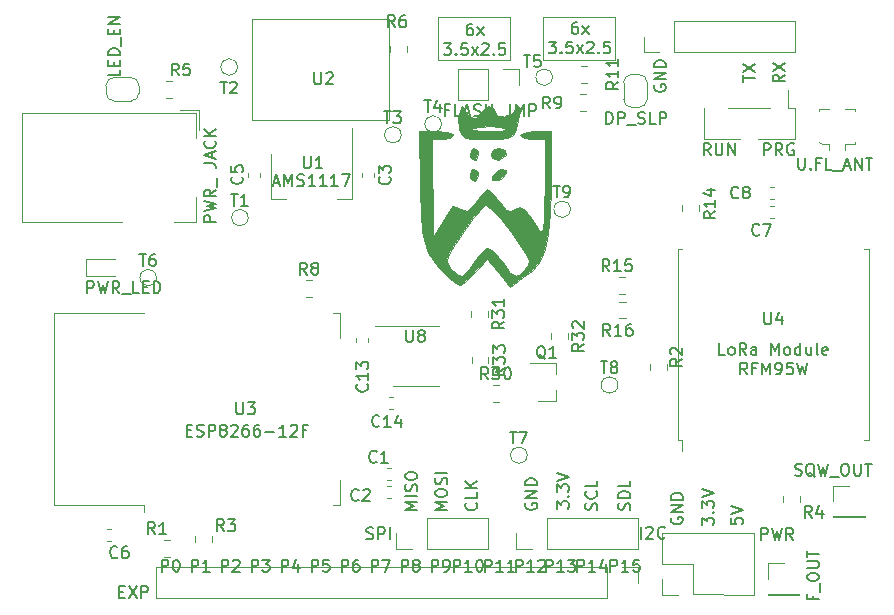
<source format=gbr>
G04 #@! TF.GenerationSoftware,KiCad,Pcbnew,(5.1.4)-1*
G04 #@! TF.CreationDate,2020-05-14T16:00:24+02:00*
G04 #@! TF.ProjectId,carte_principale,63617274-655f-4707-9269-6e636970616c,rev?*
G04 #@! TF.SameCoordinates,Original*
G04 #@! TF.FileFunction,Legend,Top*
G04 #@! TF.FilePolarity,Positive*
%FSLAX46Y46*%
G04 Gerber Fmt 4.6, Leading zero omitted, Abs format (unit mm)*
G04 Created by KiCad (PCBNEW (5.1.4)-1) date 2020-05-14 16:00:24*
%MOMM*%
%LPD*%
G04 APERTURE LIST*
%ADD10C,0.150000*%
%ADD11C,0.120000*%
%ADD12C,0.010000*%
G04 APERTURE END LIST*
D10*
X164622171Y-129225466D02*
X164622171Y-129558800D01*
X165145980Y-129558800D02*
X164145980Y-129558800D01*
X164145980Y-129082609D01*
X165241219Y-128939752D02*
X165241219Y-128177847D01*
X164145980Y-127749276D02*
X164145980Y-127558800D01*
X164193600Y-127463561D01*
X164288838Y-127368323D01*
X164479314Y-127320704D01*
X164812647Y-127320704D01*
X165003123Y-127368323D01*
X165098361Y-127463561D01*
X165145980Y-127558800D01*
X165145980Y-127749276D01*
X165098361Y-127844514D01*
X165003123Y-127939752D01*
X164812647Y-127987371D01*
X164479314Y-127987371D01*
X164288838Y-127939752D01*
X164193600Y-127844514D01*
X164145980Y-127749276D01*
X164145980Y-126892133D02*
X164955504Y-126892133D01*
X165050742Y-126844514D01*
X165098361Y-126796895D01*
X165145980Y-126701657D01*
X165145980Y-126511180D01*
X165098361Y-126415942D01*
X165050742Y-126368323D01*
X164955504Y-126320704D01*
X164145980Y-126320704D01*
X164145980Y-125987371D02*
X164145980Y-125415942D01*
X165145980Y-125701657D02*
X164145980Y-125701657D01*
X163128723Y-119022761D02*
X163271580Y-119070380D01*
X163509676Y-119070380D01*
X163604914Y-119022761D01*
X163652533Y-118975142D01*
X163700152Y-118879904D01*
X163700152Y-118784666D01*
X163652533Y-118689428D01*
X163604914Y-118641809D01*
X163509676Y-118594190D01*
X163319200Y-118546571D01*
X163223961Y-118498952D01*
X163176342Y-118451333D01*
X163128723Y-118356095D01*
X163128723Y-118260857D01*
X163176342Y-118165619D01*
X163223961Y-118118000D01*
X163319200Y-118070380D01*
X163557295Y-118070380D01*
X163700152Y-118118000D01*
X164795390Y-119165619D02*
X164700152Y-119118000D01*
X164604914Y-119022761D01*
X164462057Y-118879904D01*
X164366819Y-118832285D01*
X164271580Y-118832285D01*
X164319200Y-119070380D02*
X164223961Y-119022761D01*
X164128723Y-118927523D01*
X164081104Y-118737047D01*
X164081104Y-118403714D01*
X164128723Y-118213238D01*
X164223961Y-118118000D01*
X164319200Y-118070380D01*
X164509676Y-118070380D01*
X164604914Y-118118000D01*
X164700152Y-118213238D01*
X164747771Y-118403714D01*
X164747771Y-118737047D01*
X164700152Y-118927523D01*
X164604914Y-119022761D01*
X164509676Y-119070380D01*
X164319200Y-119070380D01*
X165081104Y-118070380D02*
X165319200Y-119070380D01*
X165509676Y-118356095D01*
X165700152Y-119070380D01*
X165938247Y-118070380D01*
X166081104Y-119165619D02*
X166843009Y-119165619D01*
X167271580Y-118070380D02*
X167462057Y-118070380D01*
X167557295Y-118118000D01*
X167652533Y-118213238D01*
X167700152Y-118403714D01*
X167700152Y-118737047D01*
X167652533Y-118927523D01*
X167557295Y-119022761D01*
X167462057Y-119070380D01*
X167271580Y-119070380D01*
X167176342Y-119022761D01*
X167081104Y-118927523D01*
X167033485Y-118737047D01*
X167033485Y-118403714D01*
X167081104Y-118213238D01*
X167176342Y-118118000D01*
X167271580Y-118070380D01*
X168128723Y-118070380D02*
X168128723Y-118879904D01*
X168176342Y-118975142D01*
X168223961Y-119022761D01*
X168319200Y-119070380D01*
X168509676Y-119070380D01*
X168604914Y-119022761D01*
X168652533Y-118975142D01*
X168700152Y-118879904D01*
X168700152Y-118070380D01*
X169033485Y-118070380D02*
X169604914Y-118070380D01*
X169319200Y-119070380D02*
X169319200Y-118070380D01*
X163400171Y-92162380D02*
X163400171Y-92971904D01*
X163447790Y-93067142D01*
X163495409Y-93114761D01*
X163590647Y-93162380D01*
X163781123Y-93162380D01*
X163876361Y-93114761D01*
X163923980Y-93067142D01*
X163971600Y-92971904D01*
X163971600Y-92162380D01*
X164447790Y-93067142D02*
X164495409Y-93114761D01*
X164447790Y-93162380D01*
X164400171Y-93114761D01*
X164447790Y-93067142D01*
X164447790Y-93162380D01*
X165257314Y-92638571D02*
X164923980Y-92638571D01*
X164923980Y-93162380D02*
X164923980Y-92162380D01*
X165400171Y-92162380D01*
X166257314Y-93162380D02*
X165781123Y-93162380D01*
X165781123Y-92162380D01*
X166352552Y-93257619D02*
X167114457Y-93257619D01*
X167304933Y-92876666D02*
X167781123Y-92876666D01*
X167209695Y-93162380D02*
X167543028Y-92162380D01*
X167876361Y-93162380D01*
X168209695Y-93162380D02*
X168209695Y-92162380D01*
X168781123Y-93162380D01*
X168781123Y-92162380D01*
X169114457Y-92162380D02*
X169685885Y-92162380D01*
X169400171Y-93162380D02*
X169400171Y-92162380D01*
X160261466Y-124505980D02*
X160261466Y-123505980D01*
X160642419Y-123505980D01*
X160737657Y-123553600D01*
X160785276Y-123601219D01*
X160832895Y-123696457D01*
X160832895Y-123839314D01*
X160785276Y-123934552D01*
X160737657Y-123982171D01*
X160642419Y-124029790D01*
X160261466Y-124029790D01*
X161166228Y-123505980D02*
X161404323Y-124505980D01*
X161594800Y-123791695D01*
X161785276Y-124505980D01*
X162023371Y-123505980D01*
X162975752Y-124505980D02*
X162642419Y-124029790D01*
X162404323Y-124505980D02*
X162404323Y-123505980D01*
X162785276Y-123505980D01*
X162880514Y-123553600D01*
X162928133Y-123601219D01*
X162975752Y-123696457D01*
X162975752Y-123839314D01*
X162928133Y-123934552D01*
X162880514Y-123982171D01*
X162785276Y-124029790D01*
X162404323Y-124029790D01*
X105895923Y-128909771D02*
X106229257Y-128909771D01*
X106372114Y-129433580D02*
X105895923Y-129433580D01*
X105895923Y-128433580D01*
X106372114Y-128433580D01*
X106705447Y-128433580D02*
X107372114Y-129433580D01*
X107372114Y-128433580D02*
X106705447Y-129433580D01*
X107753066Y-129433580D02*
X107753066Y-128433580D01*
X108134019Y-128433580D01*
X108229257Y-128481200D01*
X108276876Y-128528819D01*
X108324495Y-128624057D01*
X108324495Y-128766914D01*
X108276876Y-128862152D01*
X108229257Y-128909771D01*
X108134019Y-128957390D01*
X107753066Y-128957390D01*
X150103009Y-124404380D02*
X150103009Y-123404380D01*
X150531580Y-123499619D02*
X150579200Y-123452000D01*
X150674438Y-123404380D01*
X150912533Y-123404380D01*
X151007771Y-123452000D01*
X151055390Y-123499619D01*
X151103009Y-123594857D01*
X151103009Y-123690095D01*
X151055390Y-123832952D01*
X150483961Y-124404380D01*
X151103009Y-124404380D01*
X152103009Y-124309142D02*
X152055390Y-124356761D01*
X151912533Y-124404380D01*
X151817295Y-124404380D01*
X151674438Y-124356761D01*
X151579200Y-124261523D01*
X151531580Y-124166285D01*
X151483961Y-123975809D01*
X151483961Y-123832952D01*
X151531580Y-123642476D01*
X151579200Y-123547238D01*
X151674438Y-123452000D01*
X151817295Y-123404380D01*
X151912533Y-123404380D01*
X152055390Y-123452000D01*
X152103009Y-123499619D01*
X126839790Y-124407561D02*
X126982647Y-124455180D01*
X127220742Y-124455180D01*
X127315980Y-124407561D01*
X127363600Y-124359942D01*
X127411219Y-124264704D01*
X127411219Y-124169466D01*
X127363600Y-124074228D01*
X127315980Y-124026609D01*
X127220742Y-123978990D01*
X127030266Y-123931371D01*
X126935028Y-123883752D01*
X126887409Y-123836133D01*
X126839790Y-123740895D01*
X126839790Y-123645657D01*
X126887409Y-123550419D01*
X126935028Y-123502800D01*
X127030266Y-123455180D01*
X127268361Y-123455180D01*
X127411219Y-123502800D01*
X127839790Y-124455180D02*
X127839790Y-123455180D01*
X128220742Y-123455180D01*
X128315980Y-123502800D01*
X128363600Y-123550419D01*
X128411219Y-123645657D01*
X128411219Y-123788514D01*
X128363600Y-123883752D01*
X128315980Y-123931371D01*
X128220742Y-123978990D01*
X127839790Y-123978990D01*
X128839790Y-124455180D02*
X128839790Y-123455180D01*
X147132990Y-89301580D02*
X147132990Y-88301580D01*
X147371085Y-88301580D01*
X147513942Y-88349200D01*
X147609180Y-88444438D01*
X147656800Y-88539676D01*
X147704419Y-88730152D01*
X147704419Y-88873009D01*
X147656800Y-89063485D01*
X147609180Y-89158723D01*
X147513942Y-89253961D01*
X147371085Y-89301580D01*
X147132990Y-89301580D01*
X148132990Y-89301580D02*
X148132990Y-88301580D01*
X148513942Y-88301580D01*
X148609180Y-88349200D01*
X148656800Y-88396819D01*
X148704419Y-88492057D01*
X148704419Y-88634914D01*
X148656800Y-88730152D01*
X148609180Y-88777771D01*
X148513942Y-88825390D01*
X148132990Y-88825390D01*
X148894895Y-89396819D02*
X149656800Y-89396819D01*
X149847276Y-89253961D02*
X149990133Y-89301580D01*
X150228228Y-89301580D01*
X150323466Y-89253961D01*
X150371085Y-89206342D01*
X150418704Y-89111104D01*
X150418704Y-89015866D01*
X150371085Y-88920628D01*
X150323466Y-88873009D01*
X150228228Y-88825390D01*
X150037752Y-88777771D01*
X149942514Y-88730152D01*
X149894895Y-88682533D01*
X149847276Y-88587295D01*
X149847276Y-88492057D01*
X149894895Y-88396819D01*
X149942514Y-88349200D01*
X150037752Y-88301580D01*
X150275847Y-88301580D01*
X150418704Y-88349200D01*
X151323466Y-89301580D02*
X150847276Y-89301580D01*
X150847276Y-88301580D01*
X151656800Y-89301580D02*
X151656800Y-88301580D01*
X152037752Y-88301580D01*
X152132990Y-88349200D01*
X152180609Y-88396819D01*
X152228228Y-88492057D01*
X152228228Y-88634914D01*
X152180609Y-88730152D01*
X152132990Y-88777771D01*
X152037752Y-88825390D01*
X151656800Y-88825390D01*
X133788590Y-88117371D02*
X133455257Y-88117371D01*
X133455257Y-88641180D02*
X133455257Y-87641180D01*
X133931447Y-87641180D01*
X134788590Y-88641180D02*
X134312400Y-88641180D01*
X134312400Y-87641180D01*
X135074304Y-88355466D02*
X135550495Y-88355466D01*
X134979066Y-88641180D02*
X135312400Y-87641180D01*
X135645733Y-88641180D01*
X135931447Y-88593561D02*
X136074304Y-88641180D01*
X136312400Y-88641180D01*
X136407638Y-88593561D01*
X136455257Y-88545942D01*
X136502876Y-88450704D01*
X136502876Y-88355466D01*
X136455257Y-88260228D01*
X136407638Y-88212609D01*
X136312400Y-88164990D01*
X136121923Y-88117371D01*
X136026685Y-88069752D01*
X135979066Y-88022133D01*
X135931447Y-87926895D01*
X135931447Y-87831657D01*
X135979066Y-87736419D01*
X136026685Y-87688800D01*
X136121923Y-87641180D01*
X136360019Y-87641180D01*
X136502876Y-87688800D01*
X136931447Y-88641180D02*
X136931447Y-87641180D01*
X136931447Y-88117371D02*
X137502876Y-88117371D01*
X137502876Y-88641180D02*
X137502876Y-87641180D01*
X137740971Y-88736419D02*
X138502876Y-88736419D01*
X139026685Y-87641180D02*
X139026685Y-88355466D01*
X138979066Y-88498323D01*
X138883828Y-88593561D01*
X138740971Y-88641180D01*
X138645733Y-88641180D01*
X139502876Y-88641180D02*
X139502876Y-87641180D01*
X139836209Y-88355466D01*
X140169542Y-87641180D01*
X140169542Y-88641180D01*
X140645733Y-88641180D02*
X140645733Y-87641180D01*
X141026685Y-87641180D01*
X141121923Y-87688800D01*
X141169542Y-87736419D01*
X141217161Y-87831657D01*
X141217161Y-87974514D01*
X141169542Y-88069752D01*
X141121923Y-88117371D01*
X141026685Y-88164990D01*
X140645733Y-88164990D01*
X105963980Y-84702400D02*
X105963980Y-85178590D01*
X104963980Y-85178590D01*
X105440171Y-84369066D02*
X105440171Y-84035733D01*
X105963980Y-83892876D02*
X105963980Y-84369066D01*
X104963980Y-84369066D01*
X104963980Y-83892876D01*
X105963980Y-83464304D02*
X104963980Y-83464304D01*
X104963980Y-83226209D01*
X105011600Y-83083352D01*
X105106838Y-82988114D01*
X105202076Y-82940495D01*
X105392552Y-82892876D01*
X105535409Y-82892876D01*
X105725885Y-82940495D01*
X105821123Y-82988114D01*
X105916361Y-83083352D01*
X105963980Y-83226209D01*
X105963980Y-83464304D01*
X106059219Y-82702400D02*
X106059219Y-81940495D01*
X105440171Y-81702400D02*
X105440171Y-81369066D01*
X105963980Y-81226209D02*
X105963980Y-81702400D01*
X104963980Y-81702400D01*
X104963980Y-81226209D01*
X105963980Y-80797638D02*
X104963980Y-80797638D01*
X105963980Y-80226209D01*
X104963980Y-80226209D01*
X114091980Y-97579961D02*
X113091980Y-97579961D01*
X113091980Y-97199009D01*
X113139600Y-97103771D01*
X113187219Y-97056152D01*
X113282457Y-97008533D01*
X113425314Y-97008533D01*
X113520552Y-97056152D01*
X113568171Y-97103771D01*
X113615790Y-97199009D01*
X113615790Y-97579961D01*
X113091980Y-96675199D02*
X114091980Y-96437104D01*
X113377695Y-96246628D01*
X114091980Y-96056152D01*
X113091980Y-95818057D01*
X114091980Y-94865676D02*
X113615790Y-95199009D01*
X114091980Y-95437104D02*
X113091980Y-95437104D01*
X113091980Y-95056152D01*
X113139600Y-94960914D01*
X113187219Y-94913295D01*
X113282457Y-94865676D01*
X113425314Y-94865676D01*
X113520552Y-94913295D01*
X113568171Y-94960914D01*
X113615790Y-95056152D01*
X113615790Y-95437104D01*
X114187219Y-94675199D02*
X114187219Y-93913295D01*
X113091980Y-92627580D02*
X113806266Y-92627580D01*
X113949123Y-92675199D01*
X114044361Y-92770438D01*
X114091980Y-92913295D01*
X114091980Y-93008533D01*
X113806266Y-92199009D02*
X113806266Y-91722819D01*
X114091980Y-92294247D02*
X113091980Y-91960914D01*
X114091980Y-91627580D01*
X113996742Y-90722819D02*
X114044361Y-90770438D01*
X114091980Y-90913295D01*
X114091980Y-91008533D01*
X114044361Y-91151390D01*
X113949123Y-91246628D01*
X113853885Y-91294247D01*
X113663409Y-91341866D01*
X113520552Y-91341866D01*
X113330076Y-91294247D01*
X113234838Y-91246628D01*
X113139600Y-91151390D01*
X113091980Y-91008533D01*
X113091980Y-90913295D01*
X113139600Y-90770438D01*
X113187219Y-90722819D01*
X114091980Y-90294247D02*
X113091980Y-90294247D01*
X114091980Y-89722819D02*
X113520552Y-90151390D01*
X113091980Y-89722819D02*
X113663409Y-90294247D01*
X103202171Y-103627180D02*
X103202171Y-102627180D01*
X103583123Y-102627180D01*
X103678361Y-102674800D01*
X103725980Y-102722419D01*
X103773600Y-102817657D01*
X103773600Y-102960514D01*
X103725980Y-103055752D01*
X103678361Y-103103371D01*
X103583123Y-103150990D01*
X103202171Y-103150990D01*
X104106933Y-102627180D02*
X104345028Y-103627180D01*
X104535504Y-102912895D01*
X104725980Y-103627180D01*
X104964076Y-102627180D01*
X105916457Y-103627180D02*
X105583123Y-103150990D01*
X105345028Y-103627180D02*
X105345028Y-102627180D01*
X105725980Y-102627180D01*
X105821219Y-102674800D01*
X105868838Y-102722419D01*
X105916457Y-102817657D01*
X105916457Y-102960514D01*
X105868838Y-103055752D01*
X105821219Y-103103371D01*
X105725980Y-103150990D01*
X105345028Y-103150990D01*
X106106933Y-103722419D02*
X106868838Y-103722419D01*
X107583123Y-103627180D02*
X107106933Y-103627180D01*
X107106933Y-102627180D01*
X107916457Y-103103371D02*
X108249790Y-103103371D01*
X108392647Y-103627180D02*
X107916457Y-103627180D01*
X107916457Y-102627180D01*
X108392647Y-102627180D01*
X108821219Y-103627180D02*
X108821219Y-102627180D01*
X109059314Y-102627180D01*
X109202171Y-102674800D01*
X109297409Y-102770038D01*
X109345028Y-102865276D01*
X109392647Y-103055752D01*
X109392647Y-103198609D01*
X109345028Y-103389085D01*
X109297409Y-103484323D01*
X109202171Y-103579561D01*
X109059314Y-103627180D01*
X108821219Y-103627180D01*
X160485295Y-91943180D02*
X160485295Y-90943180D01*
X160866247Y-90943180D01*
X160961485Y-90990800D01*
X161009104Y-91038419D01*
X161056723Y-91133657D01*
X161056723Y-91276514D01*
X161009104Y-91371752D01*
X160961485Y-91419371D01*
X160866247Y-91466990D01*
X160485295Y-91466990D01*
X162056723Y-91943180D02*
X161723390Y-91466990D01*
X161485295Y-91943180D02*
X161485295Y-90943180D01*
X161866247Y-90943180D01*
X161961485Y-90990800D01*
X162009104Y-91038419D01*
X162056723Y-91133657D01*
X162056723Y-91276514D01*
X162009104Y-91371752D01*
X161961485Y-91419371D01*
X161866247Y-91466990D01*
X161485295Y-91466990D01*
X163009104Y-90990800D02*
X162913866Y-90943180D01*
X162771009Y-90943180D01*
X162628152Y-90990800D01*
X162532914Y-91086038D01*
X162485295Y-91181276D01*
X162437676Y-91371752D01*
X162437676Y-91514609D01*
X162485295Y-91705085D01*
X162532914Y-91800323D01*
X162628152Y-91895561D01*
X162771009Y-91943180D01*
X162866247Y-91943180D01*
X163009104Y-91895561D01*
X163056723Y-91847942D01*
X163056723Y-91514609D01*
X162866247Y-91514609D01*
X155979904Y-91943180D02*
X155646571Y-91466990D01*
X155408476Y-91943180D02*
X155408476Y-90943180D01*
X155789428Y-90943180D01*
X155884666Y-90990800D01*
X155932285Y-91038419D01*
X155979904Y-91133657D01*
X155979904Y-91276514D01*
X155932285Y-91371752D01*
X155884666Y-91419371D01*
X155789428Y-91466990D01*
X155408476Y-91466990D01*
X156408476Y-90943180D02*
X156408476Y-91752704D01*
X156456095Y-91847942D01*
X156503714Y-91895561D01*
X156598952Y-91943180D01*
X156789428Y-91943180D01*
X156884666Y-91895561D01*
X156932285Y-91847942D01*
X156979904Y-91752704D01*
X156979904Y-90943180D01*
X157456095Y-91943180D02*
X157456095Y-90943180D01*
X158027523Y-91943180D01*
X158027523Y-90943180D01*
X149121761Y-121967476D02*
X149169380Y-121824619D01*
X149169380Y-121586523D01*
X149121761Y-121491285D01*
X149074142Y-121443666D01*
X148978904Y-121396047D01*
X148883666Y-121396047D01*
X148788428Y-121443666D01*
X148740809Y-121491285D01*
X148693190Y-121586523D01*
X148645571Y-121777000D01*
X148597952Y-121872238D01*
X148550333Y-121919857D01*
X148455095Y-121967476D01*
X148359857Y-121967476D01*
X148264619Y-121919857D01*
X148217000Y-121872238D01*
X148169380Y-121777000D01*
X148169380Y-121538904D01*
X148217000Y-121396047D01*
X149169380Y-120967476D02*
X148169380Y-120967476D01*
X148169380Y-120729380D01*
X148217000Y-120586523D01*
X148312238Y-120491285D01*
X148407476Y-120443666D01*
X148597952Y-120396047D01*
X148740809Y-120396047D01*
X148931285Y-120443666D01*
X149026523Y-120491285D01*
X149121761Y-120586523D01*
X149169380Y-120729380D01*
X149169380Y-120967476D01*
X149169380Y-119491285D02*
X149169380Y-119967476D01*
X148169380Y-119967476D01*
X146327761Y-121967476D02*
X146375380Y-121824619D01*
X146375380Y-121586523D01*
X146327761Y-121491285D01*
X146280142Y-121443666D01*
X146184904Y-121396047D01*
X146089666Y-121396047D01*
X145994428Y-121443666D01*
X145946809Y-121491285D01*
X145899190Y-121586523D01*
X145851571Y-121777000D01*
X145803952Y-121872238D01*
X145756333Y-121919857D01*
X145661095Y-121967476D01*
X145565857Y-121967476D01*
X145470619Y-121919857D01*
X145423000Y-121872238D01*
X145375380Y-121777000D01*
X145375380Y-121538904D01*
X145423000Y-121396047D01*
X146280142Y-120396047D02*
X146327761Y-120443666D01*
X146375380Y-120586523D01*
X146375380Y-120681761D01*
X146327761Y-120824619D01*
X146232523Y-120919857D01*
X146137285Y-120967476D01*
X145946809Y-121015095D01*
X145803952Y-121015095D01*
X145613476Y-120967476D01*
X145518238Y-120919857D01*
X145423000Y-120824619D01*
X145375380Y-120681761D01*
X145375380Y-120586523D01*
X145423000Y-120443666D01*
X145470619Y-120396047D01*
X146375380Y-119491285D02*
X146375380Y-119967476D01*
X145375380Y-119967476D01*
X142962380Y-121872190D02*
X142962380Y-121253142D01*
X143343333Y-121586476D01*
X143343333Y-121443619D01*
X143390952Y-121348380D01*
X143438571Y-121300761D01*
X143533809Y-121253142D01*
X143771904Y-121253142D01*
X143867142Y-121300761D01*
X143914761Y-121348380D01*
X143962380Y-121443619D01*
X143962380Y-121729333D01*
X143914761Y-121824571D01*
X143867142Y-121872190D01*
X143867142Y-120824571D02*
X143914761Y-120776952D01*
X143962380Y-120824571D01*
X143914761Y-120872190D01*
X143867142Y-120824571D01*
X143962380Y-120824571D01*
X142962380Y-120443619D02*
X142962380Y-119824571D01*
X143343333Y-120157904D01*
X143343333Y-120015047D01*
X143390952Y-119919809D01*
X143438571Y-119872190D01*
X143533809Y-119824571D01*
X143771904Y-119824571D01*
X143867142Y-119872190D01*
X143914761Y-119919809D01*
X143962380Y-120015047D01*
X143962380Y-120300761D01*
X143914761Y-120396000D01*
X143867142Y-120443619D01*
X142962380Y-119538857D02*
X143962380Y-119205523D01*
X142962380Y-118872190D01*
X140343000Y-121411904D02*
X140295380Y-121507142D01*
X140295380Y-121650000D01*
X140343000Y-121792857D01*
X140438238Y-121888095D01*
X140533476Y-121935714D01*
X140723952Y-121983333D01*
X140866809Y-121983333D01*
X141057285Y-121935714D01*
X141152523Y-121888095D01*
X141247761Y-121792857D01*
X141295380Y-121650000D01*
X141295380Y-121554761D01*
X141247761Y-121411904D01*
X141200142Y-121364285D01*
X140866809Y-121364285D01*
X140866809Y-121554761D01*
X141295380Y-120935714D02*
X140295380Y-120935714D01*
X141295380Y-120364285D01*
X140295380Y-120364285D01*
X141295380Y-119888095D02*
X140295380Y-119888095D01*
X140295380Y-119650000D01*
X140343000Y-119507142D01*
X140438238Y-119411904D01*
X140533476Y-119364285D01*
X140723952Y-119316666D01*
X140866809Y-119316666D01*
X141057285Y-119364285D01*
X141152523Y-119411904D01*
X141247761Y-119507142D01*
X141295380Y-119650000D01*
X141295380Y-119888095D01*
X136120142Y-121372238D02*
X136167761Y-121419857D01*
X136215380Y-121562714D01*
X136215380Y-121657952D01*
X136167761Y-121800809D01*
X136072523Y-121896047D01*
X135977285Y-121943666D01*
X135786809Y-121991285D01*
X135643952Y-121991285D01*
X135453476Y-121943666D01*
X135358238Y-121896047D01*
X135263000Y-121800809D01*
X135215380Y-121657952D01*
X135215380Y-121562714D01*
X135263000Y-121419857D01*
X135310619Y-121372238D01*
X136215380Y-120467476D02*
X136215380Y-120943666D01*
X135215380Y-120943666D01*
X136215380Y-120134142D02*
X135215380Y-120134142D01*
X136215380Y-119562714D02*
X135643952Y-119991285D01*
X135215380Y-119562714D02*
X135786809Y-120134142D01*
X133675380Y-121967428D02*
X132675380Y-121967428D01*
X133389666Y-121634095D01*
X132675380Y-121300761D01*
X133675380Y-121300761D01*
X132675380Y-120634095D02*
X132675380Y-120443619D01*
X132723000Y-120348380D01*
X132818238Y-120253142D01*
X133008714Y-120205523D01*
X133342047Y-120205523D01*
X133532523Y-120253142D01*
X133627761Y-120348380D01*
X133675380Y-120443619D01*
X133675380Y-120634095D01*
X133627761Y-120729333D01*
X133532523Y-120824571D01*
X133342047Y-120872190D01*
X133008714Y-120872190D01*
X132818238Y-120824571D01*
X132723000Y-120729333D01*
X132675380Y-120634095D01*
X133627761Y-119824571D02*
X133675380Y-119681714D01*
X133675380Y-119443619D01*
X133627761Y-119348380D01*
X133580142Y-119300761D01*
X133484904Y-119253142D01*
X133389666Y-119253142D01*
X133294428Y-119300761D01*
X133246809Y-119348380D01*
X133199190Y-119443619D01*
X133151571Y-119634095D01*
X133103952Y-119729333D01*
X133056333Y-119776952D01*
X132961095Y-119824571D01*
X132865857Y-119824571D01*
X132770619Y-119776952D01*
X132723000Y-119729333D01*
X132675380Y-119634095D01*
X132675380Y-119396000D01*
X132723000Y-119253142D01*
X133675380Y-118824571D02*
X132675380Y-118824571D01*
X131135380Y-121967428D02*
X130135380Y-121967428D01*
X130849666Y-121634095D01*
X130135380Y-121300761D01*
X131135380Y-121300761D01*
X131135380Y-120824571D02*
X130135380Y-120824571D01*
X131087761Y-120396000D02*
X131135380Y-120253142D01*
X131135380Y-120015047D01*
X131087761Y-119919809D01*
X131040142Y-119872190D01*
X130944904Y-119824571D01*
X130849666Y-119824571D01*
X130754428Y-119872190D01*
X130706809Y-119919809D01*
X130659190Y-120015047D01*
X130611571Y-120205523D01*
X130563952Y-120300761D01*
X130516333Y-120348380D01*
X130421095Y-120396000D01*
X130325857Y-120396000D01*
X130230619Y-120348380D01*
X130183000Y-120300761D01*
X130135380Y-120205523D01*
X130135380Y-119967428D01*
X130183000Y-119824571D01*
X130135380Y-119205523D02*
X130135380Y-119015047D01*
X130183000Y-118919809D01*
X130278238Y-118824571D01*
X130468714Y-118776952D01*
X130802047Y-118776952D01*
X130992523Y-118824571D01*
X131087761Y-118919809D01*
X131135380Y-119015047D01*
X131135380Y-119205523D01*
X131087761Y-119300761D01*
X130992523Y-119396000D01*
X130802047Y-119443619D01*
X130468714Y-119443619D01*
X130278238Y-119396000D01*
X130183000Y-119300761D01*
X130135380Y-119205523D01*
X162250380Y-85129666D02*
X161774190Y-85463000D01*
X162250380Y-85701095D02*
X161250380Y-85701095D01*
X161250380Y-85320142D01*
X161298000Y-85224904D01*
X161345619Y-85177285D01*
X161440857Y-85129666D01*
X161583714Y-85129666D01*
X161678952Y-85177285D01*
X161726571Y-85224904D01*
X161774190Y-85320142D01*
X161774190Y-85701095D01*
X161250380Y-84796333D02*
X162250380Y-84129666D01*
X161250380Y-84129666D02*
X162250380Y-84796333D01*
X158710380Y-85724904D02*
X158710380Y-85153476D01*
X159710380Y-85439190D02*
X158710380Y-85439190D01*
X158710380Y-84915380D02*
X159710380Y-84248714D01*
X158710380Y-84248714D02*
X159710380Y-84915380D01*
X151239600Y-86004304D02*
X151191980Y-86099542D01*
X151191980Y-86242400D01*
X151239600Y-86385257D01*
X151334838Y-86480495D01*
X151430076Y-86528114D01*
X151620552Y-86575733D01*
X151763409Y-86575733D01*
X151953885Y-86528114D01*
X152049123Y-86480495D01*
X152144361Y-86385257D01*
X152191980Y-86242400D01*
X152191980Y-86147161D01*
X152144361Y-86004304D01*
X152096742Y-85956685D01*
X151763409Y-85956685D01*
X151763409Y-86147161D01*
X152191980Y-85528114D02*
X151191980Y-85528114D01*
X152191980Y-84956685D01*
X151191980Y-84956685D01*
X152191980Y-84480495D02*
X151191980Y-84480495D01*
X151191980Y-84242400D01*
X151239600Y-84099542D01*
X151334838Y-84004304D01*
X151430076Y-83956685D01*
X151620552Y-83909066D01*
X151763409Y-83909066D01*
X151953885Y-83956685D01*
X152049123Y-84004304D01*
X152144361Y-84099542D01*
X152191980Y-84242400D01*
X152191980Y-84480495D01*
X144692714Y-80669380D02*
X144502238Y-80669380D01*
X144407000Y-80717000D01*
X144359380Y-80764619D01*
X144264142Y-80907476D01*
X144216523Y-81097952D01*
X144216523Y-81478904D01*
X144264142Y-81574142D01*
X144311761Y-81621761D01*
X144407000Y-81669380D01*
X144597476Y-81669380D01*
X144692714Y-81621761D01*
X144740333Y-81574142D01*
X144787952Y-81478904D01*
X144787952Y-81240809D01*
X144740333Y-81145571D01*
X144692714Y-81097952D01*
X144597476Y-81050333D01*
X144407000Y-81050333D01*
X144311761Y-81097952D01*
X144264142Y-81145571D01*
X144216523Y-81240809D01*
X145121285Y-81669380D02*
X145645095Y-81002714D01*
X145121285Y-81002714D02*
X145645095Y-81669380D01*
X142264142Y-82319380D02*
X142883190Y-82319380D01*
X142549857Y-82700333D01*
X142692714Y-82700333D01*
X142787952Y-82747952D01*
X142835571Y-82795571D01*
X142883190Y-82890809D01*
X142883190Y-83128904D01*
X142835571Y-83224142D01*
X142787952Y-83271761D01*
X142692714Y-83319380D01*
X142407000Y-83319380D01*
X142311761Y-83271761D01*
X142264142Y-83224142D01*
X143311761Y-83224142D02*
X143359380Y-83271761D01*
X143311761Y-83319380D01*
X143264142Y-83271761D01*
X143311761Y-83224142D01*
X143311761Y-83319380D01*
X144264142Y-82319380D02*
X143787952Y-82319380D01*
X143740333Y-82795571D01*
X143787952Y-82747952D01*
X143883190Y-82700333D01*
X144121285Y-82700333D01*
X144216523Y-82747952D01*
X144264142Y-82795571D01*
X144311761Y-82890809D01*
X144311761Y-83128904D01*
X144264142Y-83224142D01*
X144216523Y-83271761D01*
X144121285Y-83319380D01*
X143883190Y-83319380D01*
X143787952Y-83271761D01*
X143740333Y-83224142D01*
X144645095Y-83319380D02*
X145168904Y-82652714D01*
X144645095Y-82652714D02*
X145168904Y-83319380D01*
X145502238Y-82414619D02*
X145549857Y-82367000D01*
X145645095Y-82319380D01*
X145883190Y-82319380D01*
X145978428Y-82367000D01*
X146026047Y-82414619D01*
X146073666Y-82509857D01*
X146073666Y-82605095D01*
X146026047Y-82747952D01*
X145454619Y-83319380D01*
X146073666Y-83319380D01*
X146502238Y-83224142D02*
X146549857Y-83271761D01*
X146502238Y-83319380D01*
X146454619Y-83271761D01*
X146502238Y-83224142D01*
X146502238Y-83319380D01*
X147454619Y-82319380D02*
X146978428Y-82319380D01*
X146930809Y-82795571D01*
X146978428Y-82747952D01*
X147073666Y-82700333D01*
X147311761Y-82700333D01*
X147407000Y-82747952D01*
X147454619Y-82795571D01*
X147502238Y-82890809D01*
X147502238Y-83128904D01*
X147454619Y-83224142D01*
X147407000Y-83271761D01*
X147311761Y-83319380D01*
X147073666Y-83319380D01*
X146978428Y-83271761D01*
X146930809Y-83224142D01*
X135802714Y-80796380D02*
X135612238Y-80796380D01*
X135517000Y-80844000D01*
X135469380Y-80891619D01*
X135374142Y-81034476D01*
X135326523Y-81224952D01*
X135326523Y-81605904D01*
X135374142Y-81701142D01*
X135421761Y-81748761D01*
X135517000Y-81796380D01*
X135707476Y-81796380D01*
X135802714Y-81748761D01*
X135850333Y-81701142D01*
X135897952Y-81605904D01*
X135897952Y-81367809D01*
X135850333Y-81272571D01*
X135802714Y-81224952D01*
X135707476Y-81177333D01*
X135517000Y-81177333D01*
X135421761Y-81224952D01*
X135374142Y-81272571D01*
X135326523Y-81367809D01*
X136231285Y-81796380D02*
X136755095Y-81129714D01*
X136231285Y-81129714D02*
X136755095Y-81796380D01*
X133374142Y-82446380D02*
X133993190Y-82446380D01*
X133659857Y-82827333D01*
X133802714Y-82827333D01*
X133897952Y-82874952D01*
X133945571Y-82922571D01*
X133993190Y-83017809D01*
X133993190Y-83255904D01*
X133945571Y-83351142D01*
X133897952Y-83398761D01*
X133802714Y-83446380D01*
X133517000Y-83446380D01*
X133421761Y-83398761D01*
X133374142Y-83351142D01*
X134421761Y-83351142D02*
X134469380Y-83398761D01*
X134421761Y-83446380D01*
X134374142Y-83398761D01*
X134421761Y-83351142D01*
X134421761Y-83446380D01*
X135374142Y-82446380D02*
X134897952Y-82446380D01*
X134850333Y-82922571D01*
X134897952Y-82874952D01*
X134993190Y-82827333D01*
X135231285Y-82827333D01*
X135326523Y-82874952D01*
X135374142Y-82922571D01*
X135421761Y-83017809D01*
X135421761Y-83255904D01*
X135374142Y-83351142D01*
X135326523Y-83398761D01*
X135231285Y-83446380D01*
X134993190Y-83446380D01*
X134897952Y-83398761D01*
X134850333Y-83351142D01*
X135755095Y-83446380D02*
X136278904Y-82779714D01*
X135755095Y-82779714D02*
X136278904Y-83446380D01*
X136612238Y-82541619D02*
X136659857Y-82494000D01*
X136755095Y-82446380D01*
X136993190Y-82446380D01*
X137088428Y-82494000D01*
X137136047Y-82541619D01*
X137183666Y-82636857D01*
X137183666Y-82732095D01*
X137136047Y-82874952D01*
X136564619Y-83446380D01*
X137183666Y-83446380D01*
X137612238Y-83351142D02*
X137659857Y-83398761D01*
X137612238Y-83446380D01*
X137564619Y-83398761D01*
X137612238Y-83351142D01*
X137612238Y-83446380D01*
X138564619Y-82446380D02*
X138088428Y-82446380D01*
X138040809Y-82922571D01*
X138088428Y-82874952D01*
X138183666Y-82827333D01*
X138421761Y-82827333D01*
X138517000Y-82874952D01*
X138564619Y-82922571D01*
X138612238Y-83017809D01*
X138612238Y-83255904D01*
X138564619Y-83351142D01*
X138517000Y-83398761D01*
X138421761Y-83446380D01*
X138183666Y-83446380D01*
X138088428Y-83398761D01*
X138040809Y-83351142D01*
X118983523Y-94273666D02*
X119459714Y-94273666D01*
X118888285Y-94559380D02*
X119221619Y-93559380D01*
X119554952Y-94559380D01*
X119888285Y-94559380D02*
X119888285Y-93559380D01*
X120221619Y-94273666D01*
X120554952Y-93559380D01*
X120554952Y-94559380D01*
X120983523Y-94511761D02*
X121126380Y-94559380D01*
X121364476Y-94559380D01*
X121459714Y-94511761D01*
X121507333Y-94464142D01*
X121554952Y-94368904D01*
X121554952Y-94273666D01*
X121507333Y-94178428D01*
X121459714Y-94130809D01*
X121364476Y-94083190D01*
X121174000Y-94035571D01*
X121078761Y-93987952D01*
X121031142Y-93940333D01*
X120983523Y-93845095D01*
X120983523Y-93749857D01*
X121031142Y-93654619D01*
X121078761Y-93607000D01*
X121174000Y-93559380D01*
X121412095Y-93559380D01*
X121554952Y-93607000D01*
X122507333Y-94559380D02*
X121935904Y-94559380D01*
X122221619Y-94559380D02*
X122221619Y-93559380D01*
X122126380Y-93702238D01*
X122031142Y-93797476D01*
X121935904Y-93845095D01*
X123459714Y-94559380D02*
X122888285Y-94559380D01*
X123174000Y-94559380D02*
X123174000Y-93559380D01*
X123078761Y-93702238D01*
X122983523Y-93797476D01*
X122888285Y-93845095D01*
X124412095Y-94559380D02*
X123840666Y-94559380D01*
X124126380Y-94559380D02*
X124126380Y-93559380D01*
X124031142Y-93702238D01*
X123935904Y-93797476D01*
X123840666Y-93845095D01*
X124745428Y-93559380D02*
X125412095Y-93559380D01*
X124983523Y-94559380D01*
X111617761Y-115244571D02*
X111951095Y-115244571D01*
X112093952Y-115768380D02*
X111617761Y-115768380D01*
X111617761Y-114768380D01*
X112093952Y-114768380D01*
X112474904Y-115720761D02*
X112617761Y-115768380D01*
X112855857Y-115768380D01*
X112951095Y-115720761D01*
X112998714Y-115673142D01*
X113046333Y-115577904D01*
X113046333Y-115482666D01*
X112998714Y-115387428D01*
X112951095Y-115339809D01*
X112855857Y-115292190D01*
X112665380Y-115244571D01*
X112570142Y-115196952D01*
X112522523Y-115149333D01*
X112474904Y-115054095D01*
X112474904Y-114958857D01*
X112522523Y-114863619D01*
X112570142Y-114816000D01*
X112665380Y-114768380D01*
X112903476Y-114768380D01*
X113046333Y-114816000D01*
X113474904Y-115768380D02*
X113474904Y-114768380D01*
X113855857Y-114768380D01*
X113951095Y-114816000D01*
X113998714Y-114863619D01*
X114046333Y-114958857D01*
X114046333Y-115101714D01*
X113998714Y-115196952D01*
X113951095Y-115244571D01*
X113855857Y-115292190D01*
X113474904Y-115292190D01*
X114617761Y-115196952D02*
X114522523Y-115149333D01*
X114474904Y-115101714D01*
X114427285Y-115006476D01*
X114427285Y-114958857D01*
X114474904Y-114863619D01*
X114522523Y-114816000D01*
X114617761Y-114768380D01*
X114808238Y-114768380D01*
X114903476Y-114816000D01*
X114951095Y-114863619D01*
X114998714Y-114958857D01*
X114998714Y-115006476D01*
X114951095Y-115101714D01*
X114903476Y-115149333D01*
X114808238Y-115196952D01*
X114617761Y-115196952D01*
X114522523Y-115244571D01*
X114474904Y-115292190D01*
X114427285Y-115387428D01*
X114427285Y-115577904D01*
X114474904Y-115673142D01*
X114522523Y-115720761D01*
X114617761Y-115768380D01*
X114808238Y-115768380D01*
X114903476Y-115720761D01*
X114951095Y-115673142D01*
X114998714Y-115577904D01*
X114998714Y-115387428D01*
X114951095Y-115292190D01*
X114903476Y-115244571D01*
X114808238Y-115196952D01*
X115379666Y-114863619D02*
X115427285Y-114816000D01*
X115522523Y-114768380D01*
X115760619Y-114768380D01*
X115855857Y-114816000D01*
X115903476Y-114863619D01*
X115951095Y-114958857D01*
X115951095Y-115054095D01*
X115903476Y-115196952D01*
X115332047Y-115768380D01*
X115951095Y-115768380D01*
X116808238Y-114768380D02*
X116617761Y-114768380D01*
X116522523Y-114816000D01*
X116474904Y-114863619D01*
X116379666Y-115006476D01*
X116332047Y-115196952D01*
X116332047Y-115577904D01*
X116379666Y-115673142D01*
X116427285Y-115720761D01*
X116522523Y-115768380D01*
X116713000Y-115768380D01*
X116808238Y-115720761D01*
X116855857Y-115673142D01*
X116903476Y-115577904D01*
X116903476Y-115339809D01*
X116855857Y-115244571D01*
X116808238Y-115196952D01*
X116713000Y-115149333D01*
X116522523Y-115149333D01*
X116427285Y-115196952D01*
X116379666Y-115244571D01*
X116332047Y-115339809D01*
X117760619Y-114768380D02*
X117570142Y-114768380D01*
X117474904Y-114816000D01*
X117427285Y-114863619D01*
X117332047Y-115006476D01*
X117284428Y-115196952D01*
X117284428Y-115577904D01*
X117332047Y-115673142D01*
X117379666Y-115720761D01*
X117474904Y-115768380D01*
X117665380Y-115768380D01*
X117760619Y-115720761D01*
X117808238Y-115673142D01*
X117855857Y-115577904D01*
X117855857Y-115339809D01*
X117808238Y-115244571D01*
X117760619Y-115196952D01*
X117665380Y-115149333D01*
X117474904Y-115149333D01*
X117379666Y-115196952D01*
X117332047Y-115244571D01*
X117284428Y-115339809D01*
X118284428Y-115387428D02*
X119046333Y-115387428D01*
X120046333Y-115768380D02*
X119474904Y-115768380D01*
X119760619Y-115768380D02*
X119760619Y-114768380D01*
X119665380Y-114911238D01*
X119570142Y-115006476D01*
X119474904Y-115054095D01*
X120427285Y-114863619D02*
X120474904Y-114816000D01*
X120570142Y-114768380D01*
X120808238Y-114768380D01*
X120903476Y-114816000D01*
X120951095Y-114863619D01*
X120998714Y-114958857D01*
X120998714Y-115054095D01*
X120951095Y-115196952D01*
X120379666Y-115768380D01*
X120998714Y-115768380D01*
X121760619Y-115244571D02*
X121427285Y-115244571D01*
X121427285Y-115768380D02*
X121427285Y-114768380D01*
X121903476Y-114768380D01*
X147502714Y-127198380D02*
X147502714Y-126198380D01*
X147883666Y-126198380D01*
X147978904Y-126246000D01*
X148026523Y-126293619D01*
X148074142Y-126388857D01*
X148074142Y-126531714D01*
X148026523Y-126626952D01*
X147978904Y-126674571D01*
X147883666Y-126722190D01*
X147502714Y-126722190D01*
X149026523Y-127198380D02*
X148455095Y-127198380D01*
X148740809Y-127198380D02*
X148740809Y-126198380D01*
X148645571Y-126341238D01*
X148550333Y-126436476D01*
X148455095Y-126484095D01*
X149931285Y-126198380D02*
X149455095Y-126198380D01*
X149407476Y-126674571D01*
X149455095Y-126626952D01*
X149550333Y-126579333D01*
X149788428Y-126579333D01*
X149883666Y-126626952D01*
X149931285Y-126674571D01*
X149978904Y-126769809D01*
X149978904Y-127007904D01*
X149931285Y-127103142D01*
X149883666Y-127150761D01*
X149788428Y-127198380D01*
X149550333Y-127198380D01*
X149455095Y-127150761D01*
X149407476Y-127103142D01*
X144708714Y-127198380D02*
X144708714Y-126198380D01*
X145089666Y-126198380D01*
X145184904Y-126246000D01*
X145232523Y-126293619D01*
X145280142Y-126388857D01*
X145280142Y-126531714D01*
X145232523Y-126626952D01*
X145184904Y-126674571D01*
X145089666Y-126722190D01*
X144708714Y-126722190D01*
X146232523Y-127198380D02*
X145661095Y-127198380D01*
X145946809Y-127198380D02*
X145946809Y-126198380D01*
X145851571Y-126341238D01*
X145756333Y-126436476D01*
X145661095Y-126484095D01*
X147089666Y-126531714D02*
X147089666Y-127198380D01*
X146851571Y-126150761D02*
X146613476Y-126865047D01*
X147232523Y-126865047D01*
X142041714Y-127198380D02*
X142041714Y-126198380D01*
X142422666Y-126198380D01*
X142517904Y-126246000D01*
X142565523Y-126293619D01*
X142613142Y-126388857D01*
X142613142Y-126531714D01*
X142565523Y-126626952D01*
X142517904Y-126674571D01*
X142422666Y-126722190D01*
X142041714Y-126722190D01*
X143565523Y-127198380D02*
X142994095Y-127198380D01*
X143279809Y-127198380D02*
X143279809Y-126198380D01*
X143184571Y-126341238D01*
X143089333Y-126436476D01*
X142994095Y-126484095D01*
X143898857Y-126198380D02*
X144517904Y-126198380D01*
X144184571Y-126579333D01*
X144327428Y-126579333D01*
X144422666Y-126626952D01*
X144470285Y-126674571D01*
X144517904Y-126769809D01*
X144517904Y-127007904D01*
X144470285Y-127103142D01*
X144422666Y-127150761D01*
X144327428Y-127198380D01*
X144041714Y-127198380D01*
X143946476Y-127150761D01*
X143898857Y-127103142D01*
X139501714Y-127198380D02*
X139501714Y-126198380D01*
X139882666Y-126198380D01*
X139977904Y-126246000D01*
X140025523Y-126293619D01*
X140073142Y-126388857D01*
X140073142Y-126531714D01*
X140025523Y-126626952D01*
X139977904Y-126674571D01*
X139882666Y-126722190D01*
X139501714Y-126722190D01*
X141025523Y-127198380D02*
X140454095Y-127198380D01*
X140739809Y-127198380D02*
X140739809Y-126198380D01*
X140644571Y-126341238D01*
X140549333Y-126436476D01*
X140454095Y-126484095D01*
X141406476Y-126293619D02*
X141454095Y-126246000D01*
X141549333Y-126198380D01*
X141787428Y-126198380D01*
X141882666Y-126246000D01*
X141930285Y-126293619D01*
X141977904Y-126388857D01*
X141977904Y-126484095D01*
X141930285Y-126626952D01*
X141358857Y-127198380D01*
X141977904Y-127198380D01*
X136898214Y-127198380D02*
X136898214Y-126198380D01*
X137279166Y-126198380D01*
X137374404Y-126246000D01*
X137422023Y-126293619D01*
X137469642Y-126388857D01*
X137469642Y-126531714D01*
X137422023Y-126626952D01*
X137374404Y-126674571D01*
X137279166Y-126722190D01*
X136898214Y-126722190D01*
X138422023Y-127198380D02*
X137850595Y-127198380D01*
X138136309Y-127198380D02*
X138136309Y-126198380D01*
X138041071Y-126341238D01*
X137945833Y-126436476D01*
X137850595Y-126484095D01*
X139374404Y-127198380D02*
X138802976Y-127198380D01*
X139088690Y-127198380D02*
X139088690Y-126198380D01*
X138993452Y-126341238D01*
X138898214Y-126436476D01*
X138802976Y-126484095D01*
X134231214Y-127198380D02*
X134231214Y-126198380D01*
X134612166Y-126198380D01*
X134707404Y-126246000D01*
X134755023Y-126293619D01*
X134802642Y-126388857D01*
X134802642Y-126531714D01*
X134755023Y-126626952D01*
X134707404Y-126674571D01*
X134612166Y-126722190D01*
X134231214Y-126722190D01*
X135755023Y-127198380D02*
X135183595Y-127198380D01*
X135469309Y-127198380D02*
X135469309Y-126198380D01*
X135374071Y-126341238D01*
X135278833Y-126436476D01*
X135183595Y-126484095D01*
X136374071Y-126198380D02*
X136469309Y-126198380D01*
X136564547Y-126246000D01*
X136612166Y-126293619D01*
X136659785Y-126388857D01*
X136707404Y-126579333D01*
X136707404Y-126817428D01*
X136659785Y-127007904D01*
X136612166Y-127103142D01*
X136564547Y-127150761D01*
X136469309Y-127198380D01*
X136374071Y-127198380D01*
X136278833Y-127150761D01*
X136231214Y-127103142D01*
X136183595Y-127007904D01*
X136135976Y-126817428D01*
X136135976Y-126579333D01*
X136183595Y-126388857D01*
X136231214Y-126293619D01*
X136278833Y-126246000D01*
X136374071Y-126198380D01*
X132357904Y-127198380D02*
X132357904Y-126198380D01*
X132738857Y-126198380D01*
X132834095Y-126246000D01*
X132881714Y-126293619D01*
X132929333Y-126388857D01*
X132929333Y-126531714D01*
X132881714Y-126626952D01*
X132834095Y-126674571D01*
X132738857Y-126722190D01*
X132357904Y-126722190D01*
X133405523Y-127198380D02*
X133596000Y-127198380D01*
X133691238Y-127150761D01*
X133738857Y-127103142D01*
X133834095Y-126960285D01*
X133881714Y-126769809D01*
X133881714Y-126388857D01*
X133834095Y-126293619D01*
X133786476Y-126246000D01*
X133691238Y-126198380D01*
X133500761Y-126198380D01*
X133405523Y-126246000D01*
X133357904Y-126293619D01*
X133310285Y-126388857D01*
X133310285Y-126626952D01*
X133357904Y-126722190D01*
X133405523Y-126769809D01*
X133500761Y-126817428D01*
X133691238Y-126817428D01*
X133786476Y-126769809D01*
X133834095Y-126722190D01*
X133881714Y-126626952D01*
X129817904Y-127198380D02*
X129817904Y-126198380D01*
X130198857Y-126198380D01*
X130294095Y-126246000D01*
X130341714Y-126293619D01*
X130389333Y-126388857D01*
X130389333Y-126531714D01*
X130341714Y-126626952D01*
X130294095Y-126674571D01*
X130198857Y-126722190D01*
X129817904Y-126722190D01*
X130960761Y-126626952D02*
X130865523Y-126579333D01*
X130817904Y-126531714D01*
X130770285Y-126436476D01*
X130770285Y-126388857D01*
X130817904Y-126293619D01*
X130865523Y-126246000D01*
X130960761Y-126198380D01*
X131151238Y-126198380D01*
X131246476Y-126246000D01*
X131294095Y-126293619D01*
X131341714Y-126388857D01*
X131341714Y-126436476D01*
X131294095Y-126531714D01*
X131246476Y-126579333D01*
X131151238Y-126626952D01*
X130960761Y-126626952D01*
X130865523Y-126674571D01*
X130817904Y-126722190D01*
X130770285Y-126817428D01*
X130770285Y-127007904D01*
X130817904Y-127103142D01*
X130865523Y-127150761D01*
X130960761Y-127198380D01*
X131151238Y-127198380D01*
X131246476Y-127150761D01*
X131294095Y-127103142D01*
X131341714Y-127007904D01*
X131341714Y-126817428D01*
X131294095Y-126722190D01*
X131246476Y-126674571D01*
X131151238Y-126626952D01*
X127277904Y-127198380D02*
X127277904Y-126198380D01*
X127658857Y-126198380D01*
X127754095Y-126246000D01*
X127801714Y-126293619D01*
X127849333Y-126388857D01*
X127849333Y-126531714D01*
X127801714Y-126626952D01*
X127754095Y-126674571D01*
X127658857Y-126722190D01*
X127277904Y-126722190D01*
X128182666Y-126198380D02*
X128849333Y-126198380D01*
X128420761Y-127198380D01*
X124737904Y-127198380D02*
X124737904Y-126198380D01*
X125118857Y-126198380D01*
X125214095Y-126246000D01*
X125261714Y-126293619D01*
X125309333Y-126388857D01*
X125309333Y-126531714D01*
X125261714Y-126626952D01*
X125214095Y-126674571D01*
X125118857Y-126722190D01*
X124737904Y-126722190D01*
X126166476Y-126198380D02*
X125976000Y-126198380D01*
X125880761Y-126246000D01*
X125833142Y-126293619D01*
X125737904Y-126436476D01*
X125690285Y-126626952D01*
X125690285Y-127007904D01*
X125737904Y-127103142D01*
X125785523Y-127150761D01*
X125880761Y-127198380D01*
X126071238Y-127198380D01*
X126166476Y-127150761D01*
X126214095Y-127103142D01*
X126261714Y-127007904D01*
X126261714Y-126769809D01*
X126214095Y-126674571D01*
X126166476Y-126626952D01*
X126071238Y-126579333D01*
X125880761Y-126579333D01*
X125785523Y-126626952D01*
X125737904Y-126674571D01*
X125690285Y-126769809D01*
X122197904Y-127198380D02*
X122197904Y-126198380D01*
X122578857Y-126198380D01*
X122674095Y-126246000D01*
X122721714Y-126293619D01*
X122769333Y-126388857D01*
X122769333Y-126531714D01*
X122721714Y-126626952D01*
X122674095Y-126674571D01*
X122578857Y-126722190D01*
X122197904Y-126722190D01*
X123674095Y-126198380D02*
X123197904Y-126198380D01*
X123150285Y-126674571D01*
X123197904Y-126626952D01*
X123293142Y-126579333D01*
X123531238Y-126579333D01*
X123626476Y-126626952D01*
X123674095Y-126674571D01*
X123721714Y-126769809D01*
X123721714Y-127007904D01*
X123674095Y-127103142D01*
X123626476Y-127150761D01*
X123531238Y-127198380D01*
X123293142Y-127198380D01*
X123197904Y-127150761D01*
X123150285Y-127103142D01*
X119657904Y-127198380D02*
X119657904Y-126198380D01*
X120038857Y-126198380D01*
X120134095Y-126246000D01*
X120181714Y-126293619D01*
X120229333Y-126388857D01*
X120229333Y-126531714D01*
X120181714Y-126626952D01*
X120134095Y-126674571D01*
X120038857Y-126722190D01*
X119657904Y-126722190D01*
X121086476Y-126531714D02*
X121086476Y-127198380D01*
X120848380Y-126150761D02*
X120610285Y-126865047D01*
X121229333Y-126865047D01*
X117117904Y-127198380D02*
X117117904Y-126198380D01*
X117498857Y-126198380D01*
X117594095Y-126246000D01*
X117641714Y-126293619D01*
X117689333Y-126388857D01*
X117689333Y-126531714D01*
X117641714Y-126626952D01*
X117594095Y-126674571D01*
X117498857Y-126722190D01*
X117117904Y-126722190D01*
X118022666Y-126198380D02*
X118641714Y-126198380D01*
X118308380Y-126579333D01*
X118451238Y-126579333D01*
X118546476Y-126626952D01*
X118594095Y-126674571D01*
X118641714Y-126769809D01*
X118641714Y-127007904D01*
X118594095Y-127103142D01*
X118546476Y-127150761D01*
X118451238Y-127198380D01*
X118165523Y-127198380D01*
X118070285Y-127150761D01*
X118022666Y-127103142D01*
X114577904Y-127198380D02*
X114577904Y-126198380D01*
X114958857Y-126198380D01*
X115054095Y-126246000D01*
X115101714Y-126293619D01*
X115149333Y-126388857D01*
X115149333Y-126531714D01*
X115101714Y-126626952D01*
X115054095Y-126674571D01*
X114958857Y-126722190D01*
X114577904Y-126722190D01*
X115530285Y-126293619D02*
X115577904Y-126246000D01*
X115673142Y-126198380D01*
X115911238Y-126198380D01*
X116006476Y-126246000D01*
X116054095Y-126293619D01*
X116101714Y-126388857D01*
X116101714Y-126484095D01*
X116054095Y-126626952D01*
X115482666Y-127198380D01*
X116101714Y-127198380D01*
X112037904Y-127198380D02*
X112037904Y-126198380D01*
X112418857Y-126198380D01*
X112514095Y-126246000D01*
X112561714Y-126293619D01*
X112609333Y-126388857D01*
X112609333Y-126531714D01*
X112561714Y-126626952D01*
X112514095Y-126674571D01*
X112418857Y-126722190D01*
X112037904Y-126722190D01*
X113561714Y-127198380D02*
X112990285Y-127198380D01*
X113276000Y-127198380D02*
X113276000Y-126198380D01*
X113180761Y-126341238D01*
X113085523Y-126436476D01*
X112990285Y-126484095D01*
X109497904Y-127198380D02*
X109497904Y-126198380D01*
X109878857Y-126198380D01*
X109974095Y-126246000D01*
X110021714Y-126293619D01*
X110069333Y-126388857D01*
X110069333Y-126531714D01*
X110021714Y-126626952D01*
X109974095Y-126674571D01*
X109878857Y-126722190D01*
X109497904Y-126722190D01*
X110688380Y-126198380D02*
X110783619Y-126198380D01*
X110878857Y-126246000D01*
X110926476Y-126293619D01*
X110974095Y-126388857D01*
X111021714Y-126579333D01*
X111021714Y-126817428D01*
X110974095Y-127007904D01*
X110926476Y-127103142D01*
X110878857Y-127150761D01*
X110783619Y-127198380D01*
X110688380Y-127198380D01*
X110593142Y-127150761D01*
X110545523Y-127103142D01*
X110497904Y-127007904D01*
X110450285Y-126817428D01*
X110450285Y-126579333D01*
X110497904Y-126388857D01*
X110545523Y-126293619D01*
X110593142Y-126246000D01*
X110688380Y-126198380D01*
X155255980Y-123243790D02*
X155255980Y-122624742D01*
X155636933Y-122958076D01*
X155636933Y-122815219D01*
X155684552Y-122719980D01*
X155732171Y-122672361D01*
X155827409Y-122624742D01*
X156065504Y-122624742D01*
X156160742Y-122672361D01*
X156208361Y-122719980D01*
X156255980Y-122815219D01*
X156255980Y-123100933D01*
X156208361Y-123196171D01*
X156160742Y-123243790D01*
X156160742Y-122196171D02*
X156208361Y-122148552D01*
X156255980Y-122196171D01*
X156208361Y-122243790D01*
X156160742Y-122196171D01*
X156255980Y-122196171D01*
X155255980Y-121815219D02*
X155255980Y-121196171D01*
X155636933Y-121529504D01*
X155636933Y-121386647D01*
X155684552Y-121291409D01*
X155732171Y-121243790D01*
X155827409Y-121196171D01*
X156065504Y-121196171D01*
X156160742Y-121243790D01*
X156208361Y-121291409D01*
X156255980Y-121386647D01*
X156255980Y-121672361D01*
X156208361Y-121767600D01*
X156160742Y-121815219D01*
X155255980Y-120910457D02*
X156255980Y-120577123D01*
X155255980Y-120243790D01*
X157694380Y-122669276D02*
X157694380Y-123145466D01*
X158170571Y-123193085D01*
X158122952Y-123145466D01*
X158075333Y-123050228D01*
X158075333Y-122812133D01*
X158122952Y-122716895D01*
X158170571Y-122669276D01*
X158265809Y-122621657D01*
X158503904Y-122621657D01*
X158599142Y-122669276D01*
X158646761Y-122716895D01*
X158694380Y-122812133D01*
X158694380Y-123050228D01*
X158646761Y-123145466D01*
X158599142Y-123193085D01*
X157694380Y-122335942D02*
X158694380Y-122002609D01*
X157694380Y-121669276D01*
X152662000Y-122631104D02*
X152614380Y-122726342D01*
X152614380Y-122869200D01*
X152662000Y-123012057D01*
X152757238Y-123107295D01*
X152852476Y-123154914D01*
X153042952Y-123202533D01*
X153185809Y-123202533D01*
X153376285Y-123154914D01*
X153471523Y-123107295D01*
X153566761Y-123012057D01*
X153614380Y-122869200D01*
X153614380Y-122773961D01*
X153566761Y-122631104D01*
X153519142Y-122583485D01*
X153185809Y-122583485D01*
X153185809Y-122773961D01*
X153614380Y-122154914D02*
X152614380Y-122154914D01*
X153614380Y-121583485D01*
X152614380Y-121583485D01*
X153614380Y-121107295D02*
X152614380Y-121107295D01*
X152614380Y-120869200D01*
X152662000Y-120726342D01*
X152757238Y-120631104D01*
X152852476Y-120583485D01*
X153042952Y-120535866D01*
X153185809Y-120535866D01*
X153376285Y-120583485D01*
X153471523Y-120631104D01*
X153566761Y-120726342D01*
X153614380Y-120869200D01*
X153614380Y-121107295D01*
X157194761Y-108847380D02*
X156718571Y-108847380D01*
X156718571Y-107847380D01*
X157670952Y-108847380D02*
X157575714Y-108799761D01*
X157528095Y-108752142D01*
X157480476Y-108656904D01*
X157480476Y-108371190D01*
X157528095Y-108275952D01*
X157575714Y-108228333D01*
X157670952Y-108180714D01*
X157813809Y-108180714D01*
X157909047Y-108228333D01*
X157956666Y-108275952D01*
X158004285Y-108371190D01*
X158004285Y-108656904D01*
X157956666Y-108752142D01*
X157909047Y-108799761D01*
X157813809Y-108847380D01*
X157670952Y-108847380D01*
X159004285Y-108847380D02*
X158670952Y-108371190D01*
X158432857Y-108847380D02*
X158432857Y-107847380D01*
X158813809Y-107847380D01*
X158909047Y-107895000D01*
X158956666Y-107942619D01*
X159004285Y-108037857D01*
X159004285Y-108180714D01*
X158956666Y-108275952D01*
X158909047Y-108323571D01*
X158813809Y-108371190D01*
X158432857Y-108371190D01*
X159861428Y-108847380D02*
X159861428Y-108323571D01*
X159813809Y-108228333D01*
X159718571Y-108180714D01*
X159528095Y-108180714D01*
X159432857Y-108228333D01*
X159861428Y-108799761D02*
X159766190Y-108847380D01*
X159528095Y-108847380D01*
X159432857Y-108799761D01*
X159385238Y-108704523D01*
X159385238Y-108609285D01*
X159432857Y-108514047D01*
X159528095Y-108466428D01*
X159766190Y-108466428D01*
X159861428Y-108418809D01*
X161099523Y-108847380D02*
X161099523Y-107847380D01*
X161432857Y-108561666D01*
X161766190Y-107847380D01*
X161766190Y-108847380D01*
X162385238Y-108847380D02*
X162290000Y-108799761D01*
X162242380Y-108752142D01*
X162194761Y-108656904D01*
X162194761Y-108371190D01*
X162242380Y-108275952D01*
X162290000Y-108228333D01*
X162385238Y-108180714D01*
X162528095Y-108180714D01*
X162623333Y-108228333D01*
X162670952Y-108275952D01*
X162718571Y-108371190D01*
X162718571Y-108656904D01*
X162670952Y-108752142D01*
X162623333Y-108799761D01*
X162528095Y-108847380D01*
X162385238Y-108847380D01*
X163575714Y-108847380D02*
X163575714Y-107847380D01*
X163575714Y-108799761D02*
X163480476Y-108847380D01*
X163290000Y-108847380D01*
X163194761Y-108799761D01*
X163147142Y-108752142D01*
X163099523Y-108656904D01*
X163099523Y-108371190D01*
X163147142Y-108275952D01*
X163194761Y-108228333D01*
X163290000Y-108180714D01*
X163480476Y-108180714D01*
X163575714Y-108228333D01*
X164480476Y-108180714D02*
X164480476Y-108847380D01*
X164051904Y-108180714D02*
X164051904Y-108704523D01*
X164099523Y-108799761D01*
X164194761Y-108847380D01*
X164337619Y-108847380D01*
X164432857Y-108799761D01*
X164480476Y-108752142D01*
X165099523Y-108847380D02*
X165004285Y-108799761D01*
X164956666Y-108704523D01*
X164956666Y-107847380D01*
X165861428Y-108799761D02*
X165766190Y-108847380D01*
X165575714Y-108847380D01*
X165480476Y-108799761D01*
X165432857Y-108704523D01*
X165432857Y-108323571D01*
X165480476Y-108228333D01*
X165575714Y-108180714D01*
X165766190Y-108180714D01*
X165861428Y-108228333D01*
X165909047Y-108323571D01*
X165909047Y-108418809D01*
X165432857Y-108514047D01*
X159075714Y-110497380D02*
X158742380Y-110021190D01*
X158504285Y-110497380D02*
X158504285Y-109497380D01*
X158885238Y-109497380D01*
X158980476Y-109545000D01*
X159028095Y-109592619D01*
X159075714Y-109687857D01*
X159075714Y-109830714D01*
X159028095Y-109925952D01*
X158980476Y-109973571D01*
X158885238Y-110021190D01*
X158504285Y-110021190D01*
X159837619Y-109973571D02*
X159504285Y-109973571D01*
X159504285Y-110497380D02*
X159504285Y-109497380D01*
X159980476Y-109497380D01*
X160361428Y-110497380D02*
X160361428Y-109497380D01*
X160694761Y-110211666D01*
X161028095Y-109497380D01*
X161028095Y-110497380D01*
X161551904Y-110497380D02*
X161742380Y-110497380D01*
X161837619Y-110449761D01*
X161885238Y-110402142D01*
X161980476Y-110259285D01*
X162028095Y-110068809D01*
X162028095Y-109687857D01*
X161980476Y-109592619D01*
X161932857Y-109545000D01*
X161837619Y-109497380D01*
X161647142Y-109497380D01*
X161551904Y-109545000D01*
X161504285Y-109592619D01*
X161456666Y-109687857D01*
X161456666Y-109925952D01*
X161504285Y-110021190D01*
X161551904Y-110068809D01*
X161647142Y-110116428D01*
X161837619Y-110116428D01*
X161932857Y-110068809D01*
X161980476Y-110021190D01*
X162028095Y-109925952D01*
X162932857Y-109497380D02*
X162456666Y-109497380D01*
X162409047Y-109973571D01*
X162456666Y-109925952D01*
X162551904Y-109878333D01*
X162790000Y-109878333D01*
X162885238Y-109925952D01*
X162932857Y-109973571D01*
X162980476Y-110068809D01*
X162980476Y-110306904D01*
X162932857Y-110402142D01*
X162885238Y-110449761D01*
X162790000Y-110497380D01*
X162551904Y-110497380D01*
X162456666Y-110449761D01*
X162409047Y-110402142D01*
X163313809Y-109497380D02*
X163551904Y-110497380D01*
X163742380Y-109783095D01*
X163932857Y-110497380D01*
X164170952Y-109497380D01*
D11*
X116828800Y-97231200D02*
G75*
G03X116828800Y-97231200I-700000J0D01*
G01*
X144108400Y-96520000D02*
G75*
G03X144108400Y-96520000I-700000J0D01*
G01*
X148121600Y-111404400D02*
G75*
G03X148121600Y-111404400I-700000J0D01*
G01*
X140450800Y-117348000D02*
G75*
G03X140450800Y-117348000I-700000J0D01*
G01*
X109056400Y-102311200D02*
G75*
G03X109056400Y-102311200I-700000J0D01*
G01*
X142584400Y-85344000D02*
G75*
G03X142584400Y-85344000I-700000J0D01*
G01*
X133186400Y-89306400D02*
G75*
G03X133186400Y-89306400I-700000J0D01*
G01*
X129782800Y-90220800D02*
G75*
G03X129782800Y-90220800I-700000J0D01*
G01*
X115914400Y-84480400D02*
G75*
G03X115914400Y-84480400I-700000J0D01*
G01*
X137534122Y-112825600D02*
X138051278Y-112825600D01*
X137534122Y-111405600D02*
X138051278Y-111405600D01*
X142847600Y-112730400D02*
X141387600Y-112730400D01*
X142847600Y-109570400D02*
X140687600Y-109570400D01*
X142847600Y-109570400D02*
X142847600Y-110500400D01*
X142847600Y-112730400D02*
X142847600Y-111800400D01*
X131013200Y-106406000D02*
X127563200Y-106406000D01*
X131013200Y-106406000D02*
X132963200Y-106406000D01*
X131013200Y-111526000D02*
X129063200Y-111526000D01*
X131013200Y-111526000D02*
X132963200Y-111526000D01*
X135738800Y-109039922D02*
X135738800Y-109557078D01*
X137158800Y-109039922D02*
X137158800Y-109557078D01*
X142444400Y-107007922D02*
X142444400Y-107525078D01*
X143864400Y-107007922D02*
X143864400Y-107525078D01*
X135688000Y-105128322D02*
X135688000Y-105645478D01*
X137108000Y-105128322D02*
X137108000Y-105645478D01*
X160823600Y-126482800D02*
X162153600Y-126482800D01*
X160823600Y-127812800D02*
X160823600Y-126482800D01*
X160823600Y-129082800D02*
X163483600Y-129082800D01*
X163483600Y-129082800D02*
X163483600Y-129142800D01*
X160823600Y-129082800D02*
X160823600Y-129142800D01*
X160823600Y-129142800D02*
X163483600Y-129142800D01*
X128770533Y-113438400D02*
X129113067Y-113438400D01*
X128770533Y-112418400D02*
X129113067Y-112418400D01*
X125982000Y-107434533D02*
X125982000Y-107777067D01*
X127002000Y-107434533D02*
X127002000Y-107777067D01*
X166360800Y-119929600D02*
X167690800Y-119929600D01*
X166360800Y-121259600D02*
X166360800Y-119929600D01*
X166360800Y-122529600D02*
X169020800Y-122529600D01*
X169020800Y-122529600D02*
X169020800Y-122589600D01*
X166360800Y-122529600D02*
X166360800Y-122589600D01*
X166360800Y-122589600D02*
X169020800Y-122589600D01*
X161038000Y-87925600D02*
X157478000Y-87925600D01*
X158498000Y-90585600D02*
X155388000Y-90585600D01*
X155958000Y-90585600D02*
X155388000Y-90585600D01*
X163128000Y-87925600D02*
X162558000Y-87925600D01*
X162558000Y-87925600D02*
X162558000Y-86405600D01*
X163128000Y-90585600D02*
X160018000Y-90585600D01*
X155388000Y-87925600D02*
X155388000Y-90585600D01*
X163128000Y-87925600D02*
X163128000Y-90585600D01*
D12*
G36*
X137651691Y-88073253D02*
G01*
X137713156Y-88320033D01*
X137955187Y-88763004D01*
X138516772Y-88798536D01*
X139151151Y-88440018D01*
X139338739Y-88231839D01*
X139697674Y-87816861D01*
X139808791Y-87974436D01*
X139818603Y-88208873D01*
X139704508Y-88985606D01*
X139485776Y-89708179D01*
X139231549Y-90213929D01*
X138830626Y-90485523D01*
X138088006Y-90594611D01*
X137023053Y-90613089D01*
X135836731Y-90589011D01*
X135171558Y-90470591D01*
X134843572Y-90188552D01*
X134683220Y-89731933D01*
X134680436Y-89695867D01*
X135690563Y-89695867D01*
X135878271Y-89816987D01*
X136590743Y-89893585D01*
X137183989Y-89907533D01*
X138121345Y-89869196D01*
X138640433Y-89771242D01*
X138677415Y-89695866D01*
X138189821Y-89548592D01*
X137327541Y-89490461D01*
X136415792Y-89521472D01*
X135779790Y-89641627D01*
X135690563Y-89695867D01*
X134680436Y-89695867D01*
X134612038Y-88809899D01*
X134731094Y-88232628D01*
X134959110Y-87799747D01*
X135095340Y-88021380D01*
X135147785Y-88231839D01*
X135504240Y-88695821D01*
X136072336Y-88836724D01*
X136544700Y-88636561D01*
X136654822Y-88320033D01*
X136937209Y-87852331D01*
X137183989Y-87790867D01*
X137651691Y-88073253D01*
X137651691Y-88073253D01*
G37*
X137651691Y-88073253D02*
X137713156Y-88320033D01*
X137955187Y-88763004D01*
X138516772Y-88798536D01*
X139151151Y-88440018D01*
X139338739Y-88231839D01*
X139697674Y-87816861D01*
X139808791Y-87974436D01*
X139818603Y-88208873D01*
X139704508Y-88985606D01*
X139485776Y-89708179D01*
X139231549Y-90213929D01*
X138830626Y-90485523D01*
X138088006Y-90594611D01*
X137023053Y-90613089D01*
X135836731Y-90589011D01*
X135171558Y-90470591D01*
X134843572Y-90188552D01*
X134683220Y-89731933D01*
X134680436Y-89695867D01*
X135690563Y-89695867D01*
X135878271Y-89816987D01*
X136590743Y-89893585D01*
X137183989Y-89907533D01*
X138121345Y-89869196D01*
X138640433Y-89771242D01*
X138677415Y-89695866D01*
X138189821Y-89548592D01*
X137327541Y-89490461D01*
X136415792Y-89521472D01*
X135779790Y-89641627D01*
X135690563Y-89695867D01*
X134680436Y-89695867D01*
X134612038Y-88809899D01*
X134731094Y-88232628D01*
X134959110Y-87799747D01*
X135095340Y-88021380D01*
X135147785Y-88231839D01*
X135504240Y-88695821D01*
X136072336Y-88836724D01*
X136544700Y-88636561D01*
X136654822Y-88320033D01*
X136937209Y-87852331D01*
X137183989Y-87790867D01*
X137651691Y-88073253D01*
G36*
X138612548Y-91504511D02*
G01*
X138625858Y-91897895D01*
X138171573Y-92252471D01*
X137948505Y-92314650D01*
X137445018Y-92162684D01*
X137360378Y-91873678D01*
X137657128Y-91415691D01*
X138095331Y-91318644D01*
X138612548Y-91504511D01*
X138612548Y-91504511D01*
G37*
X138612548Y-91504511D02*
X138625858Y-91897895D01*
X138171573Y-92252471D01*
X137948505Y-92314650D01*
X137445018Y-92162684D01*
X137360378Y-91873678D01*
X137657128Y-91415691D01*
X138095331Y-91318644D01*
X138612548Y-91504511D01*
G36*
X136262244Y-91604379D02*
G01*
X136302044Y-91847811D01*
X136111554Y-92317277D01*
X135949267Y-92376978D01*
X135636289Y-92091243D01*
X135596489Y-91847811D01*
X135786979Y-91378345D01*
X135949267Y-91318644D01*
X136262244Y-91604379D01*
X136262244Y-91604379D01*
G37*
X136262244Y-91604379D02*
X136302044Y-91847811D01*
X136111554Y-92317277D01*
X135949267Y-92376978D01*
X135636289Y-92091243D01*
X135596489Y-91847811D01*
X135786979Y-91378345D01*
X135949267Y-91318644D01*
X136262244Y-91604379D01*
G36*
X138689552Y-93213555D02*
G01*
X138694690Y-93489814D01*
X138249433Y-93958145D01*
X137907877Y-94086364D01*
X137442314Y-94009844D01*
X137437177Y-93733586D01*
X137882434Y-93265254D01*
X138223990Y-93137036D01*
X138689552Y-93213555D01*
X138689552Y-93213555D01*
G37*
X138689552Y-93213555D02*
X138694690Y-93489814D01*
X138249433Y-93958145D01*
X137907877Y-94086364D01*
X137442314Y-94009844D01*
X137437177Y-93733586D01*
X137882434Y-93265254D01*
X138223990Y-93137036D01*
X138689552Y-93213555D01*
G36*
X136262244Y-93368268D02*
G01*
X136302044Y-93611700D01*
X136111554Y-94081166D01*
X135949267Y-94140867D01*
X135636289Y-93855132D01*
X135596489Y-93611700D01*
X135786979Y-93142234D01*
X135949267Y-93082533D01*
X136262244Y-93368268D01*
X136262244Y-93368268D01*
G37*
X136262244Y-93368268D02*
X136302044Y-93611700D01*
X136111554Y-94081166D01*
X135949267Y-94140867D01*
X135636289Y-93855132D01*
X135596489Y-93611700D01*
X135786979Y-93142234D01*
X135949267Y-93082533D01*
X136262244Y-93368268D01*
G36*
X133642327Y-89984519D02*
G01*
X134144880Y-90177212D01*
X134185378Y-90260311D01*
X133883477Y-90525503D01*
X133303433Y-90613089D01*
X132421489Y-90613089D01*
X132433375Y-98903367D01*
X133198309Y-97668644D01*
X133706533Y-96857679D01*
X134043283Y-96337551D01*
X134090354Y-96270888D01*
X134446584Y-96298455D01*
X134841418Y-96497518D01*
X135339368Y-96662046D01*
X135792706Y-96351067D01*
X136148291Y-95867817D01*
X136671614Y-95184676D01*
X137054375Y-94853304D01*
X137085233Y-94847436D01*
X137440978Y-95103538D01*
X137994610Y-95736879D01*
X138116279Y-95897403D01*
X138692973Y-96562771D01*
X139118505Y-96691624D01*
X139401996Y-96526206D01*
X139809133Y-96357747D01*
X140265423Y-96595452D01*
X140868846Y-97320139D01*
X141484771Y-98244178D01*
X141666327Y-98406557D01*
X141791114Y-98170091D01*
X141869418Y-97453480D01*
X141911522Y-96175420D01*
X141925743Y-94758228D01*
X141946489Y-90613089D01*
X140888156Y-90613089D01*
X140145065Y-90510904D01*
X139829903Y-90264700D01*
X139829822Y-90260311D01*
X140141436Y-90033583D01*
X140914110Y-89913561D01*
X141152739Y-89907823D01*
X142475656Y-89908113D01*
X142425254Y-94614759D01*
X142368672Y-96920116D01*
X142230168Y-98647841D01*
X141971912Y-99924475D01*
X141556074Y-100876563D01*
X140944822Y-101630648D01*
X140130072Y-102292158D01*
X139008566Y-103090741D01*
X138024594Y-101912102D01*
X137040621Y-100733462D01*
X136063608Y-101846886D01*
X135370358Y-102541385D01*
X134819455Y-102930269D01*
X134705190Y-102960311D01*
X134252537Y-102718617D01*
X133567153Y-102111202D01*
X133284442Y-101813783D01*
X132579239Y-100990996D01*
X132540200Y-100931710D01*
X133646462Y-100931710D01*
X133794146Y-101292475D01*
X134018041Y-101559202D01*
X134550568Y-102082123D01*
X134950482Y-102156596D01*
X135401951Y-101729805D01*
X135906546Y-101017623D01*
X136513452Y-100253221D01*
X137022833Y-99822711D01*
X137141268Y-99787721D01*
X137569381Y-100057278D01*
X138165046Y-100729326D01*
X138375990Y-101022444D01*
X139016282Y-101885481D01*
X139473760Y-102192769D01*
X139920911Y-101998126D01*
X140294108Y-101620892D01*
X140541195Y-101276003D01*
X140571667Y-100893364D01*
X140331220Y-100332903D01*
X139765549Y-99454551D01*
X139073523Y-98472520D01*
X138228493Y-97365425D01*
X137497601Y-96547358D01*
X136995378Y-96140932D01*
X136878866Y-96123005D01*
X136501725Y-96478098D01*
X135865736Y-97268888D01*
X135095220Y-98338628D01*
X134933504Y-98575824D01*
X134167738Y-99731124D01*
X133754859Y-100463839D01*
X133646462Y-100931710D01*
X132540200Y-100931710D01*
X132083045Y-100237468D01*
X131756409Y-99402305D01*
X131559884Y-98334611D01*
X131454020Y-96883491D01*
X131399368Y-94898049D01*
X131393780Y-94581839D01*
X131313871Y-89907533D01*
X132749624Y-89907533D01*
X133642327Y-89984519D01*
X133642327Y-89984519D01*
G37*
X133642327Y-89984519D02*
X134144880Y-90177212D01*
X134185378Y-90260311D01*
X133883477Y-90525503D01*
X133303433Y-90613089D01*
X132421489Y-90613089D01*
X132433375Y-98903367D01*
X133198309Y-97668644D01*
X133706533Y-96857679D01*
X134043283Y-96337551D01*
X134090354Y-96270888D01*
X134446584Y-96298455D01*
X134841418Y-96497518D01*
X135339368Y-96662046D01*
X135792706Y-96351067D01*
X136148291Y-95867817D01*
X136671614Y-95184676D01*
X137054375Y-94853304D01*
X137085233Y-94847436D01*
X137440978Y-95103538D01*
X137994610Y-95736879D01*
X138116279Y-95897403D01*
X138692973Y-96562771D01*
X139118505Y-96691624D01*
X139401996Y-96526206D01*
X139809133Y-96357747D01*
X140265423Y-96595452D01*
X140868846Y-97320139D01*
X141484771Y-98244178D01*
X141666327Y-98406557D01*
X141791114Y-98170091D01*
X141869418Y-97453480D01*
X141911522Y-96175420D01*
X141925743Y-94758228D01*
X141946489Y-90613089D01*
X140888156Y-90613089D01*
X140145065Y-90510904D01*
X139829903Y-90264700D01*
X139829822Y-90260311D01*
X140141436Y-90033583D01*
X140914110Y-89913561D01*
X141152739Y-89907823D01*
X142475656Y-89908113D01*
X142425254Y-94614759D01*
X142368672Y-96920116D01*
X142230168Y-98647841D01*
X141971912Y-99924475D01*
X141556074Y-100876563D01*
X140944822Y-101630648D01*
X140130072Y-102292158D01*
X139008566Y-103090741D01*
X138024594Y-101912102D01*
X137040621Y-100733462D01*
X136063608Y-101846886D01*
X135370358Y-102541385D01*
X134819455Y-102930269D01*
X134705190Y-102960311D01*
X134252537Y-102718617D01*
X133567153Y-102111202D01*
X133284442Y-101813783D01*
X132579239Y-100990996D01*
X132540200Y-100931710D01*
X133646462Y-100931710D01*
X133794146Y-101292475D01*
X134018041Y-101559202D01*
X134550568Y-102082123D01*
X134950482Y-102156596D01*
X135401951Y-101729805D01*
X135906546Y-101017623D01*
X136513452Y-100253221D01*
X137022833Y-99822711D01*
X137141268Y-99787721D01*
X137569381Y-100057278D01*
X138165046Y-100729326D01*
X138375990Y-101022444D01*
X139016282Y-101885481D01*
X139473760Y-102192769D01*
X139920911Y-101998126D01*
X140294108Y-101620892D01*
X140541195Y-101276003D01*
X140571667Y-100893364D01*
X140331220Y-100332903D01*
X139765549Y-99454551D01*
X139073523Y-98472520D01*
X138228493Y-97365425D01*
X137497601Y-96547358D01*
X136995378Y-96140932D01*
X136878866Y-96123005D01*
X136501725Y-96478098D01*
X135865736Y-97268888D01*
X135095220Y-98338628D01*
X134933504Y-98575824D01*
X134167738Y-99731124D01*
X133754859Y-100463839D01*
X133646462Y-100931710D01*
X132540200Y-100931710D01*
X132083045Y-100237468D01*
X131756409Y-99402305D01*
X131559884Y-98334611D01*
X131454020Y-96883491D01*
X131399368Y-94898049D01*
X131393780Y-94581839D01*
X131313871Y-89907533D01*
X132749624Y-89907533D01*
X133642327Y-89984519D01*
D11*
X112379000Y-88400000D02*
X112379000Y-90500000D01*
X112679000Y-88100000D02*
X111079000Y-88100000D01*
X112679000Y-89800000D02*
X112679000Y-88100000D01*
X112379000Y-97600000D02*
X110579000Y-97600000D01*
X112379000Y-95500000D02*
X112379000Y-97600000D01*
X97679000Y-88400000D02*
X112379000Y-88400000D01*
X97679000Y-97600000D02*
X97679000Y-88400000D01*
X106179000Y-97600000D02*
X97679000Y-97600000D01*
X153212800Y-129152960D02*
X151882800Y-129152960D01*
X151882800Y-129152960D02*
X151882800Y-127822960D01*
X151882800Y-123942800D02*
X151881840Y-126540260D01*
X159616140Y-123939300D02*
X151882800Y-123942800D01*
X159622800Y-129142800D02*
X154492960Y-129138680D01*
X154492960Y-126543760D02*
X154492960Y-129138680D01*
X151881840Y-126540260D02*
X154489460Y-126540260D01*
X159621220Y-123964700D02*
X159622800Y-129142800D01*
X141787760Y-80217000D02*
X141787760Y-83855580D01*
X147901000Y-80217000D02*
X147901000Y-83867000D01*
X141801000Y-80217000D02*
X147901000Y-80217000D01*
X141801000Y-83867000D02*
X147901000Y-83867000D01*
X139024240Y-83867000D02*
X139024240Y-80228420D01*
X132911000Y-83867000D02*
X132911000Y-80217000D01*
X139011000Y-83867000D02*
X132911000Y-83867000D01*
X139011000Y-80217000D02*
X132911000Y-80217000D01*
X144980922Y-85800000D02*
X145498078Y-85800000D01*
X144980922Y-84380000D02*
X145498078Y-84380000D01*
X144950922Y-88213000D02*
X145468078Y-88213000D01*
X144950922Y-86793000D02*
X145468078Y-86793000D01*
X130250000Y-83175578D02*
X130250000Y-82658422D01*
X128830000Y-83175578D02*
X128830000Y-82658422D01*
X150826400Y-109598722D02*
X150826400Y-110115878D01*
X152246400Y-109598722D02*
X152246400Y-110115878D01*
X121709922Y-103961000D02*
X122227078Y-103961000D01*
X121709922Y-102541000D02*
X122227078Y-102541000D01*
X148257522Y-105764400D02*
X148774678Y-105764400D01*
X148257522Y-104344400D02*
X148774678Y-104344400D01*
X148252922Y-103681600D02*
X148770078Y-103681600D01*
X148252922Y-102261600D02*
X148770078Y-102261600D01*
X153569600Y-96187522D02*
X153569600Y-96704678D01*
X154989600Y-96187522D02*
X154989600Y-96704678D01*
X110369878Y-85650000D02*
X109852722Y-85650000D01*
X110369878Y-87070000D02*
X109852722Y-87070000D01*
X162104000Y-120786422D02*
X162104000Y-121303578D01*
X163524000Y-120786422D02*
X163524000Y-121303578D01*
X110240578Y-124512000D02*
X109723422Y-124512000D01*
X110240578Y-125932000D02*
X109723422Y-125932000D01*
X113740000Y-124718578D02*
X113740000Y-124201422D01*
X112320000Y-124718578D02*
X112320000Y-124201422D01*
X117136000Y-88923000D02*
X128736000Y-88923000D01*
X128736000Y-80423000D02*
X128736000Y-88923000D01*
X117136000Y-80423000D02*
X128736000Y-80423000D01*
X117136000Y-80423000D02*
X117136000Y-88923000D01*
X108022000Y-121531000D02*
X108022000Y-122141000D01*
X108022000Y-121531000D02*
X100402000Y-121531000D01*
X124642000Y-121531000D02*
X124022000Y-121531000D01*
X124642000Y-119411000D02*
X124642000Y-121531000D01*
X124642000Y-105291000D02*
X124642000Y-107411000D01*
X124022000Y-105291000D02*
X124642000Y-105291000D01*
X100402000Y-105291000D02*
X108022000Y-105291000D01*
X100402000Y-121531000D02*
X100402000Y-105291000D01*
X150308000Y-83245000D02*
X150308000Y-81915000D01*
X151638000Y-83245000D02*
X150308000Y-83245000D01*
X152908000Y-83245000D02*
X152908000Y-80585000D01*
X152908000Y-80585000D02*
X163128000Y-80585000D01*
X152908000Y-83245000D02*
X163128000Y-83245000D01*
X163128000Y-83245000D02*
X163128000Y-80585000D01*
X139513000Y-125282000D02*
X139513000Y-123952000D01*
X140843000Y-125282000D02*
X139513000Y-125282000D01*
X142113000Y-125282000D02*
X142113000Y-122622000D01*
X142113000Y-122622000D02*
X149793000Y-122622000D01*
X142113000Y-125282000D02*
X149793000Y-125282000D01*
X149793000Y-125282000D02*
X149793000Y-122622000D01*
X153540000Y-116050000D02*
X153540000Y-116950000D01*
X153190000Y-116050000D02*
X153540000Y-116050000D01*
X169390000Y-99850000D02*
X168990000Y-99850000D01*
X169390000Y-116050000D02*
X169390000Y-99850000D01*
X168990000Y-116050000D02*
X169390000Y-116050000D01*
X153190000Y-99850000D02*
X153590000Y-99850000D01*
X153190000Y-116050000D02*
X153190000Y-99850000D01*
X125584000Y-89626000D02*
X125584000Y-95636000D01*
X118764000Y-91876000D02*
X118764000Y-95636000D01*
X125584000Y-95636000D02*
X124324000Y-95636000D01*
X118764000Y-95636000D02*
X120024000Y-95636000D01*
X105482400Y-85360000D02*
X106882400Y-85360000D01*
X107582400Y-86060000D02*
X107582400Y-86660000D01*
X106882400Y-87360000D02*
X105482400Y-87360000D01*
X104782400Y-86660000D02*
X104782400Y-86060000D01*
X104782400Y-86060000D02*
G75*
G02X105482400Y-85360000I700000J0D01*
G01*
X105482400Y-87360000D02*
G75*
G02X104782400Y-86660000I0J700000D01*
G01*
X107582400Y-86660000D02*
G75*
G02X106882400Y-87360000I-700000J0D01*
G01*
X106882400Y-85360000D02*
G75*
G02X107582400Y-86060000I0J-700000D01*
G01*
X148606000Y-87202000D02*
X148606000Y-85802000D01*
X149306000Y-85102000D02*
X149906000Y-85102000D01*
X150606000Y-85802000D02*
X150606000Y-87202000D01*
X149906000Y-87902000D02*
X149306000Y-87902000D01*
X149306000Y-87902000D02*
G75*
G02X148606000Y-87202000I0J700000D01*
G01*
X150606000Y-87202000D02*
G75*
G02X149906000Y-87902000I-700000J0D01*
G01*
X149906000Y-85102000D02*
G75*
G02X150606000Y-85802000I0J-700000D01*
G01*
X148606000Y-85802000D02*
G75*
G02X149306000Y-85102000I700000J0D01*
G01*
X129353000Y-125282000D02*
X129353000Y-123952000D01*
X130683000Y-125282000D02*
X129353000Y-125282000D01*
X131953000Y-125282000D02*
X131953000Y-122622000D01*
X131953000Y-122622000D02*
X137093000Y-122622000D01*
X131953000Y-125282000D02*
X137093000Y-125282000D01*
X137093000Y-125282000D02*
X137093000Y-122622000D01*
X139760000Y-84649000D02*
X139760000Y-85979000D01*
X138430000Y-84649000D02*
X139760000Y-84649000D01*
X137160000Y-84649000D02*
X137160000Y-87309000D01*
X137160000Y-87309000D02*
X134560000Y-87309000D01*
X137160000Y-84649000D02*
X134560000Y-84649000D01*
X134560000Y-84649000D02*
X134560000Y-87309000D01*
X149793000Y-126813000D02*
X149793000Y-128143000D01*
X148463000Y-126813000D02*
X149793000Y-126813000D01*
X147193000Y-126813000D02*
X147193000Y-129473000D01*
X147193000Y-129473000D02*
X109033000Y-129473000D01*
X147193000Y-126813000D02*
X109033000Y-126813000D01*
X109033000Y-126813000D02*
X109033000Y-129473000D01*
X165173000Y-88035000D02*
X165973000Y-88035000D01*
X165173000Y-88235000D02*
X165173000Y-88035000D01*
X168173000Y-88035000D02*
X168173000Y-88235000D01*
X167373000Y-88035000D02*
X168173000Y-88035000D01*
X168173000Y-91035000D02*
X167373000Y-91035000D01*
X168173000Y-90835000D02*
X168173000Y-91035000D01*
X165373000Y-91035000D02*
X165173000Y-90835000D01*
X165973000Y-91035000D02*
X165373000Y-91035000D01*
X165973000Y-91035000D02*
X165973000Y-91535000D01*
X167373000Y-91035000D02*
X167373000Y-91535000D01*
X103129000Y-102208000D02*
X105589000Y-102208000D01*
X103129000Y-100738000D02*
X103129000Y-102208000D01*
X105589000Y-100738000D02*
X103129000Y-100738000D01*
X161334267Y-94613000D02*
X160991733Y-94613000D01*
X161334267Y-95633000D02*
X160991733Y-95633000D01*
X161338267Y-96264000D02*
X160995733Y-96264000D01*
X161338267Y-97284000D02*
X160995733Y-97284000D01*
X105186267Y-123569000D02*
X104843733Y-123569000D01*
X105186267Y-124589000D02*
X104843733Y-124589000D01*
X117858000Y-93770267D02*
X117858000Y-93427733D01*
X116838000Y-93770267D02*
X116838000Y-93427733D01*
X126490000Y-93441733D02*
X126490000Y-93784267D01*
X127510000Y-93441733D02*
X127510000Y-93784267D01*
X128937867Y-119987600D02*
X128595333Y-119987600D01*
X128937867Y-121007600D02*
X128595333Y-121007600D01*
X128937867Y-118412800D02*
X128595333Y-118412800D01*
X128937867Y-119432800D02*
X128595333Y-119432800D01*
D10*
X115366895Y-95235580D02*
X115938323Y-95235580D01*
X115652609Y-96235580D02*
X115652609Y-95235580D01*
X116795466Y-96235580D02*
X116224038Y-96235580D01*
X116509752Y-96235580D02*
X116509752Y-95235580D01*
X116414514Y-95378438D01*
X116319276Y-95473676D01*
X116224038Y-95521295D01*
X142646495Y-94524380D02*
X143217923Y-94524380D01*
X142932209Y-95524380D02*
X142932209Y-94524380D01*
X143598876Y-95524380D02*
X143789352Y-95524380D01*
X143884590Y-95476761D01*
X143932209Y-95429142D01*
X144027447Y-95286285D01*
X144075066Y-95095809D01*
X144075066Y-94714857D01*
X144027447Y-94619619D01*
X143979828Y-94572000D01*
X143884590Y-94524380D01*
X143694114Y-94524380D01*
X143598876Y-94572000D01*
X143551257Y-94619619D01*
X143503638Y-94714857D01*
X143503638Y-94952952D01*
X143551257Y-95048190D01*
X143598876Y-95095809D01*
X143694114Y-95143428D01*
X143884590Y-95143428D01*
X143979828Y-95095809D01*
X144027447Y-95048190D01*
X144075066Y-94952952D01*
X146659695Y-109408780D02*
X147231123Y-109408780D01*
X146945409Y-110408780D02*
X146945409Y-109408780D01*
X147707314Y-109837352D02*
X147612076Y-109789733D01*
X147564457Y-109742114D01*
X147516838Y-109646876D01*
X147516838Y-109599257D01*
X147564457Y-109504019D01*
X147612076Y-109456400D01*
X147707314Y-109408780D01*
X147897790Y-109408780D01*
X147993028Y-109456400D01*
X148040647Y-109504019D01*
X148088266Y-109599257D01*
X148088266Y-109646876D01*
X148040647Y-109742114D01*
X147993028Y-109789733D01*
X147897790Y-109837352D01*
X147707314Y-109837352D01*
X147612076Y-109884971D01*
X147564457Y-109932590D01*
X147516838Y-110027828D01*
X147516838Y-110218304D01*
X147564457Y-110313542D01*
X147612076Y-110361161D01*
X147707314Y-110408780D01*
X147897790Y-110408780D01*
X147993028Y-110361161D01*
X148040647Y-110313542D01*
X148088266Y-110218304D01*
X148088266Y-110027828D01*
X148040647Y-109932590D01*
X147993028Y-109884971D01*
X147897790Y-109837352D01*
X138988895Y-115352380D02*
X139560323Y-115352380D01*
X139274609Y-116352380D02*
X139274609Y-115352380D01*
X139798419Y-115352380D02*
X140465085Y-115352380D01*
X140036514Y-116352380D01*
X107594495Y-100315580D02*
X108165923Y-100315580D01*
X107880209Y-101315580D02*
X107880209Y-100315580D01*
X108927828Y-100315580D02*
X108737352Y-100315580D01*
X108642114Y-100363200D01*
X108594495Y-100410819D01*
X108499257Y-100553676D01*
X108451638Y-100744152D01*
X108451638Y-101125104D01*
X108499257Y-101220342D01*
X108546876Y-101267961D01*
X108642114Y-101315580D01*
X108832590Y-101315580D01*
X108927828Y-101267961D01*
X108975447Y-101220342D01*
X109023066Y-101125104D01*
X109023066Y-100887009D01*
X108975447Y-100791771D01*
X108927828Y-100744152D01*
X108832590Y-100696533D01*
X108642114Y-100696533D01*
X108546876Y-100744152D01*
X108499257Y-100791771D01*
X108451638Y-100887009D01*
X140157295Y-83475580D02*
X140728723Y-83475580D01*
X140443009Y-84475580D02*
X140443009Y-83475580D01*
X141538247Y-83475580D02*
X141062057Y-83475580D01*
X141014438Y-83951771D01*
X141062057Y-83904152D01*
X141157295Y-83856533D01*
X141395390Y-83856533D01*
X141490628Y-83904152D01*
X141538247Y-83951771D01*
X141585866Y-84047009D01*
X141585866Y-84285104D01*
X141538247Y-84380342D01*
X141490628Y-84427961D01*
X141395390Y-84475580D01*
X141157295Y-84475580D01*
X141062057Y-84427961D01*
X141014438Y-84380342D01*
X131724495Y-87310780D02*
X132295923Y-87310780D01*
X132010209Y-88310780D02*
X132010209Y-87310780D01*
X133057828Y-87644114D02*
X133057828Y-88310780D01*
X132819733Y-87263161D02*
X132581638Y-87977447D01*
X133200685Y-87977447D01*
X128320895Y-88225180D02*
X128892323Y-88225180D01*
X128606609Y-89225180D02*
X128606609Y-88225180D01*
X129130419Y-88225180D02*
X129749466Y-88225180D01*
X129416133Y-88606133D01*
X129558990Y-88606133D01*
X129654228Y-88653752D01*
X129701847Y-88701371D01*
X129749466Y-88796609D01*
X129749466Y-89034704D01*
X129701847Y-89129942D01*
X129654228Y-89177561D01*
X129558990Y-89225180D01*
X129273276Y-89225180D01*
X129178038Y-89177561D01*
X129130419Y-89129942D01*
X114452495Y-85710780D02*
X115023923Y-85710780D01*
X114738209Y-86710780D02*
X114738209Y-85710780D01*
X115309638Y-85806019D02*
X115357257Y-85758400D01*
X115452495Y-85710780D01*
X115690590Y-85710780D01*
X115785828Y-85758400D01*
X115833447Y-85806019D01*
X115881066Y-85901257D01*
X115881066Y-85996495D01*
X115833447Y-86139352D01*
X115262019Y-86710780D01*
X115881066Y-86710780D01*
X137149842Y-110917980D02*
X136816509Y-110441790D01*
X136578414Y-110917980D02*
X136578414Y-109917980D01*
X136959366Y-109917980D01*
X137054604Y-109965600D01*
X137102223Y-110013219D01*
X137149842Y-110108457D01*
X137149842Y-110251314D01*
X137102223Y-110346552D01*
X137054604Y-110394171D01*
X136959366Y-110441790D01*
X136578414Y-110441790D01*
X137483176Y-109917980D02*
X138102223Y-109917980D01*
X137768890Y-110298933D01*
X137911747Y-110298933D01*
X138006985Y-110346552D01*
X138054604Y-110394171D01*
X138102223Y-110489409D01*
X138102223Y-110727504D01*
X138054604Y-110822742D01*
X138006985Y-110870361D01*
X137911747Y-110917980D01*
X137626033Y-110917980D01*
X137530795Y-110870361D01*
X137483176Y-110822742D01*
X138721271Y-109917980D02*
X138816509Y-109917980D01*
X138911747Y-109965600D01*
X138959366Y-110013219D01*
X139006985Y-110108457D01*
X139054604Y-110298933D01*
X139054604Y-110537028D01*
X139006985Y-110727504D01*
X138959366Y-110822742D01*
X138911747Y-110870361D01*
X138816509Y-110917980D01*
X138721271Y-110917980D01*
X138626033Y-110870361D01*
X138578414Y-110822742D01*
X138530795Y-110727504D01*
X138483176Y-110537028D01*
X138483176Y-110298933D01*
X138530795Y-110108457D01*
X138578414Y-110013219D01*
X138626033Y-109965600D01*
X138721271Y-109917980D01*
X141992361Y-109198019D02*
X141897123Y-109150400D01*
X141801885Y-109055161D01*
X141659028Y-108912304D01*
X141563790Y-108864685D01*
X141468552Y-108864685D01*
X141516171Y-109102780D02*
X141420933Y-109055161D01*
X141325695Y-108959923D01*
X141278076Y-108769447D01*
X141278076Y-108436114D01*
X141325695Y-108245638D01*
X141420933Y-108150400D01*
X141516171Y-108102780D01*
X141706647Y-108102780D01*
X141801885Y-108150400D01*
X141897123Y-108245638D01*
X141944742Y-108436114D01*
X141944742Y-108769447D01*
X141897123Y-108959923D01*
X141801885Y-109055161D01*
X141706647Y-109102780D01*
X141516171Y-109102780D01*
X142897123Y-109102780D02*
X142325695Y-109102780D01*
X142611409Y-109102780D02*
X142611409Y-108102780D01*
X142516171Y-108245638D01*
X142420933Y-108340876D01*
X142325695Y-108388495D01*
X130200495Y-106741980D02*
X130200495Y-107551504D01*
X130248114Y-107646742D01*
X130295733Y-107694361D01*
X130390971Y-107741980D01*
X130581447Y-107741980D01*
X130676685Y-107694361D01*
X130724304Y-107646742D01*
X130771923Y-107551504D01*
X130771923Y-106741980D01*
X131390971Y-107170552D02*
X131295733Y-107122933D01*
X131248114Y-107075314D01*
X131200495Y-106980076D01*
X131200495Y-106932457D01*
X131248114Y-106837219D01*
X131295733Y-106789600D01*
X131390971Y-106741980D01*
X131581447Y-106741980D01*
X131676685Y-106789600D01*
X131724304Y-106837219D01*
X131771923Y-106932457D01*
X131771923Y-106980076D01*
X131724304Y-107075314D01*
X131676685Y-107122933D01*
X131581447Y-107170552D01*
X131390971Y-107170552D01*
X131295733Y-107218171D01*
X131248114Y-107265790D01*
X131200495Y-107361028D01*
X131200495Y-107551504D01*
X131248114Y-107646742D01*
X131295733Y-107694361D01*
X131390971Y-107741980D01*
X131581447Y-107741980D01*
X131676685Y-107694361D01*
X131724304Y-107646742D01*
X131771923Y-107551504D01*
X131771923Y-107361028D01*
X131724304Y-107265790D01*
X131676685Y-107218171D01*
X131581447Y-107170552D01*
X138551180Y-109941357D02*
X138074990Y-110274690D01*
X138551180Y-110512785D02*
X137551180Y-110512785D01*
X137551180Y-110131833D01*
X137598800Y-110036595D01*
X137646419Y-109988976D01*
X137741657Y-109941357D01*
X137884514Y-109941357D01*
X137979752Y-109988976D01*
X138027371Y-110036595D01*
X138074990Y-110131833D01*
X138074990Y-110512785D01*
X137551180Y-109608023D02*
X137551180Y-108988976D01*
X137932133Y-109322309D01*
X137932133Y-109179452D01*
X137979752Y-109084214D01*
X138027371Y-109036595D01*
X138122609Y-108988976D01*
X138360704Y-108988976D01*
X138455942Y-109036595D01*
X138503561Y-109084214D01*
X138551180Y-109179452D01*
X138551180Y-109465166D01*
X138503561Y-109560404D01*
X138455942Y-109608023D01*
X137551180Y-108655642D02*
X137551180Y-108036595D01*
X137932133Y-108369928D01*
X137932133Y-108227071D01*
X137979752Y-108131833D01*
X138027371Y-108084214D01*
X138122609Y-108036595D01*
X138360704Y-108036595D01*
X138455942Y-108084214D01*
X138503561Y-108131833D01*
X138551180Y-108227071D01*
X138551180Y-108512785D01*
X138503561Y-108608023D01*
X138455942Y-108655642D01*
X145256780Y-107909357D02*
X144780590Y-108242690D01*
X145256780Y-108480785D02*
X144256780Y-108480785D01*
X144256780Y-108099833D01*
X144304400Y-108004595D01*
X144352019Y-107956976D01*
X144447257Y-107909357D01*
X144590114Y-107909357D01*
X144685352Y-107956976D01*
X144732971Y-108004595D01*
X144780590Y-108099833D01*
X144780590Y-108480785D01*
X144256780Y-107576023D02*
X144256780Y-106956976D01*
X144637733Y-107290309D01*
X144637733Y-107147452D01*
X144685352Y-107052214D01*
X144732971Y-107004595D01*
X144828209Y-106956976D01*
X145066304Y-106956976D01*
X145161542Y-107004595D01*
X145209161Y-107052214D01*
X145256780Y-107147452D01*
X145256780Y-107433166D01*
X145209161Y-107528404D01*
X145161542Y-107576023D01*
X144352019Y-106576023D02*
X144304400Y-106528404D01*
X144256780Y-106433166D01*
X144256780Y-106195071D01*
X144304400Y-106099833D01*
X144352019Y-106052214D01*
X144447257Y-106004595D01*
X144542495Y-106004595D01*
X144685352Y-106052214D01*
X145256780Y-106623642D01*
X145256780Y-106004595D01*
X138500380Y-106029757D02*
X138024190Y-106363090D01*
X138500380Y-106601185D02*
X137500380Y-106601185D01*
X137500380Y-106220233D01*
X137548000Y-106124995D01*
X137595619Y-106077376D01*
X137690857Y-106029757D01*
X137833714Y-106029757D01*
X137928952Y-106077376D01*
X137976571Y-106124995D01*
X138024190Y-106220233D01*
X138024190Y-106601185D01*
X137500380Y-105696423D02*
X137500380Y-105077376D01*
X137881333Y-105410709D01*
X137881333Y-105267852D01*
X137928952Y-105172614D01*
X137976571Y-105124995D01*
X138071809Y-105077376D01*
X138309904Y-105077376D01*
X138405142Y-105124995D01*
X138452761Y-105172614D01*
X138500380Y-105267852D01*
X138500380Y-105553566D01*
X138452761Y-105648804D01*
X138405142Y-105696423D01*
X138500380Y-104124995D02*
X138500380Y-104696423D01*
X138500380Y-104410709D02*
X137500380Y-104410709D01*
X137643238Y-104505947D01*
X137738476Y-104601185D01*
X137786095Y-104696423D01*
X127931942Y-114860342D02*
X127884323Y-114907961D01*
X127741466Y-114955580D01*
X127646228Y-114955580D01*
X127503371Y-114907961D01*
X127408133Y-114812723D01*
X127360514Y-114717485D01*
X127312895Y-114527009D01*
X127312895Y-114384152D01*
X127360514Y-114193676D01*
X127408133Y-114098438D01*
X127503371Y-114003200D01*
X127646228Y-113955580D01*
X127741466Y-113955580D01*
X127884323Y-114003200D01*
X127931942Y-114050819D01*
X128884323Y-114955580D02*
X128312895Y-114955580D01*
X128598609Y-114955580D02*
X128598609Y-113955580D01*
X128503371Y-114098438D01*
X128408133Y-114193676D01*
X128312895Y-114241295D01*
X129741466Y-114288914D02*
X129741466Y-114955580D01*
X129503371Y-113907961D02*
X129265276Y-114622247D01*
X129884323Y-114622247D01*
X126899942Y-111336057D02*
X126947561Y-111383676D01*
X126995180Y-111526533D01*
X126995180Y-111621771D01*
X126947561Y-111764628D01*
X126852323Y-111859866D01*
X126757085Y-111907485D01*
X126566609Y-111955104D01*
X126423752Y-111955104D01*
X126233276Y-111907485D01*
X126138038Y-111859866D01*
X126042800Y-111764628D01*
X125995180Y-111621771D01*
X125995180Y-111526533D01*
X126042800Y-111383676D01*
X126090419Y-111336057D01*
X126995180Y-110383676D02*
X126995180Y-110955104D01*
X126995180Y-110669390D02*
X125995180Y-110669390D01*
X126138038Y-110764628D01*
X126233276Y-110859866D01*
X126280895Y-110955104D01*
X125995180Y-110050342D02*
X125995180Y-109431295D01*
X126376133Y-109764628D01*
X126376133Y-109621771D01*
X126423752Y-109526533D01*
X126471371Y-109478914D01*
X126566609Y-109431295D01*
X126804704Y-109431295D01*
X126899942Y-109478914D01*
X126947561Y-109526533D01*
X126995180Y-109621771D01*
X126995180Y-109907485D01*
X126947561Y-110002723D01*
X126899942Y-110050342D01*
X148153380Y-85732857D02*
X147677190Y-86066190D01*
X148153380Y-86304285D02*
X147153380Y-86304285D01*
X147153380Y-85923333D01*
X147201000Y-85828095D01*
X147248619Y-85780476D01*
X147343857Y-85732857D01*
X147486714Y-85732857D01*
X147581952Y-85780476D01*
X147629571Y-85828095D01*
X147677190Y-85923333D01*
X147677190Y-86304285D01*
X148153380Y-84780476D02*
X148153380Y-85351904D01*
X148153380Y-85066190D02*
X147153380Y-85066190D01*
X147296238Y-85161428D01*
X147391476Y-85256666D01*
X147439095Y-85351904D01*
X148153380Y-83828095D02*
X148153380Y-84399523D01*
X148153380Y-84113809D02*
X147153380Y-84113809D01*
X147296238Y-84209047D01*
X147391476Y-84304285D01*
X147439095Y-84399523D01*
X142378133Y-87980780D02*
X142044800Y-87504590D01*
X141806704Y-87980780D02*
X141806704Y-86980780D01*
X142187657Y-86980780D01*
X142282895Y-87028400D01*
X142330514Y-87076019D01*
X142378133Y-87171257D01*
X142378133Y-87314114D01*
X142330514Y-87409352D01*
X142282895Y-87456971D01*
X142187657Y-87504590D01*
X141806704Y-87504590D01*
X142854323Y-87980780D02*
X143044800Y-87980780D01*
X143140038Y-87933161D01*
X143187657Y-87885542D01*
X143282895Y-87742685D01*
X143330514Y-87552209D01*
X143330514Y-87171257D01*
X143282895Y-87076019D01*
X143235276Y-87028400D01*
X143140038Y-86980780D01*
X142949561Y-86980780D01*
X142854323Y-87028400D01*
X142806704Y-87076019D01*
X142759085Y-87171257D01*
X142759085Y-87409352D01*
X142806704Y-87504590D01*
X142854323Y-87552209D01*
X142949561Y-87599828D01*
X143140038Y-87599828D01*
X143235276Y-87552209D01*
X143282895Y-87504590D01*
X143330514Y-87409352D01*
X129246333Y-81097380D02*
X128913000Y-80621190D01*
X128674904Y-81097380D02*
X128674904Y-80097380D01*
X129055857Y-80097380D01*
X129151095Y-80145000D01*
X129198714Y-80192619D01*
X129246333Y-80287857D01*
X129246333Y-80430714D01*
X129198714Y-80525952D01*
X129151095Y-80573571D01*
X129055857Y-80621190D01*
X128674904Y-80621190D01*
X130103476Y-80097380D02*
X129913000Y-80097380D01*
X129817761Y-80145000D01*
X129770142Y-80192619D01*
X129674904Y-80335476D01*
X129627285Y-80525952D01*
X129627285Y-80906904D01*
X129674904Y-81002142D01*
X129722523Y-81049761D01*
X129817761Y-81097380D01*
X130008238Y-81097380D01*
X130103476Y-81049761D01*
X130151095Y-81002142D01*
X130198714Y-80906904D01*
X130198714Y-80668809D01*
X130151095Y-80573571D01*
X130103476Y-80525952D01*
X130008238Y-80478333D01*
X129817761Y-80478333D01*
X129722523Y-80525952D01*
X129674904Y-80573571D01*
X129627285Y-80668809D01*
X153563580Y-109183466D02*
X153087390Y-109516800D01*
X153563580Y-109754895D02*
X152563580Y-109754895D01*
X152563580Y-109373942D01*
X152611200Y-109278704D01*
X152658819Y-109231085D01*
X152754057Y-109183466D01*
X152896914Y-109183466D01*
X152992152Y-109231085D01*
X153039771Y-109278704D01*
X153087390Y-109373942D01*
X153087390Y-109754895D01*
X152658819Y-108802514D02*
X152611200Y-108754895D01*
X152563580Y-108659657D01*
X152563580Y-108421561D01*
X152611200Y-108326323D01*
X152658819Y-108278704D01*
X152754057Y-108231085D01*
X152849295Y-108231085D01*
X152992152Y-108278704D01*
X153563580Y-108850133D01*
X153563580Y-108231085D01*
X121801833Y-102053380D02*
X121468500Y-101577190D01*
X121230404Y-102053380D02*
X121230404Y-101053380D01*
X121611357Y-101053380D01*
X121706595Y-101101000D01*
X121754214Y-101148619D01*
X121801833Y-101243857D01*
X121801833Y-101386714D01*
X121754214Y-101481952D01*
X121706595Y-101529571D01*
X121611357Y-101577190D01*
X121230404Y-101577190D01*
X122373261Y-101481952D02*
X122278023Y-101434333D01*
X122230404Y-101386714D01*
X122182785Y-101291476D01*
X122182785Y-101243857D01*
X122230404Y-101148619D01*
X122278023Y-101101000D01*
X122373261Y-101053380D01*
X122563738Y-101053380D01*
X122658976Y-101101000D01*
X122706595Y-101148619D01*
X122754214Y-101243857D01*
X122754214Y-101291476D01*
X122706595Y-101386714D01*
X122658976Y-101434333D01*
X122563738Y-101481952D01*
X122373261Y-101481952D01*
X122278023Y-101529571D01*
X122230404Y-101577190D01*
X122182785Y-101672428D01*
X122182785Y-101862904D01*
X122230404Y-101958142D01*
X122278023Y-102005761D01*
X122373261Y-102053380D01*
X122563738Y-102053380D01*
X122658976Y-102005761D01*
X122706595Y-101958142D01*
X122754214Y-101862904D01*
X122754214Y-101672428D01*
X122706595Y-101577190D01*
X122658976Y-101529571D01*
X122563738Y-101481952D01*
X147466842Y-107233980D02*
X147133509Y-106757790D01*
X146895414Y-107233980D02*
X146895414Y-106233980D01*
X147276366Y-106233980D01*
X147371604Y-106281600D01*
X147419223Y-106329219D01*
X147466842Y-106424457D01*
X147466842Y-106567314D01*
X147419223Y-106662552D01*
X147371604Y-106710171D01*
X147276366Y-106757790D01*
X146895414Y-106757790D01*
X148419223Y-107233980D02*
X147847795Y-107233980D01*
X148133509Y-107233980D02*
X148133509Y-106233980D01*
X148038271Y-106376838D01*
X147943033Y-106472076D01*
X147847795Y-106519695D01*
X149276366Y-106233980D02*
X149085890Y-106233980D01*
X148990652Y-106281600D01*
X148943033Y-106329219D01*
X148847795Y-106472076D01*
X148800176Y-106662552D01*
X148800176Y-107043504D01*
X148847795Y-107138742D01*
X148895414Y-107186361D01*
X148990652Y-107233980D01*
X149181128Y-107233980D01*
X149276366Y-107186361D01*
X149323985Y-107138742D01*
X149371604Y-107043504D01*
X149371604Y-106805409D01*
X149323985Y-106710171D01*
X149276366Y-106662552D01*
X149181128Y-106614933D01*
X148990652Y-106614933D01*
X148895414Y-106662552D01*
X148847795Y-106710171D01*
X148800176Y-106805409D01*
X147409142Y-101772980D02*
X147075809Y-101296790D01*
X146837714Y-101772980D02*
X146837714Y-100772980D01*
X147218666Y-100772980D01*
X147313904Y-100820600D01*
X147361523Y-100868219D01*
X147409142Y-100963457D01*
X147409142Y-101106314D01*
X147361523Y-101201552D01*
X147313904Y-101249171D01*
X147218666Y-101296790D01*
X146837714Y-101296790D01*
X148361523Y-101772980D02*
X147790095Y-101772980D01*
X148075809Y-101772980D02*
X148075809Y-100772980D01*
X147980571Y-100915838D01*
X147885333Y-101011076D01*
X147790095Y-101058695D01*
X149266285Y-100772980D02*
X148790095Y-100772980D01*
X148742476Y-101249171D01*
X148790095Y-101201552D01*
X148885333Y-101153933D01*
X149123428Y-101153933D01*
X149218666Y-101201552D01*
X149266285Y-101249171D01*
X149313904Y-101344409D01*
X149313904Y-101582504D01*
X149266285Y-101677742D01*
X149218666Y-101725361D01*
X149123428Y-101772980D01*
X148885333Y-101772980D01*
X148790095Y-101725361D01*
X148742476Y-101677742D01*
X156382980Y-96707957D02*
X155906790Y-97041290D01*
X156382980Y-97279385D02*
X155382980Y-97279385D01*
X155382980Y-96898433D01*
X155430600Y-96803195D01*
X155478219Y-96755576D01*
X155573457Y-96707957D01*
X155716314Y-96707957D01*
X155811552Y-96755576D01*
X155859171Y-96803195D01*
X155906790Y-96898433D01*
X155906790Y-97279385D01*
X156382980Y-95755576D02*
X156382980Y-96327004D01*
X156382980Y-96041290D02*
X155382980Y-96041290D01*
X155525838Y-96136528D01*
X155621076Y-96231766D01*
X155668695Y-96327004D01*
X155716314Y-94898433D02*
X156382980Y-94898433D01*
X155335361Y-95136528D02*
X156049647Y-95374623D01*
X156049647Y-94755576D01*
X110937533Y-85186780D02*
X110604200Y-84710590D01*
X110366104Y-85186780D02*
X110366104Y-84186780D01*
X110747057Y-84186780D01*
X110842295Y-84234400D01*
X110889914Y-84282019D01*
X110937533Y-84377257D01*
X110937533Y-84520114D01*
X110889914Y-84615352D01*
X110842295Y-84662971D01*
X110747057Y-84710590D01*
X110366104Y-84710590D01*
X111842295Y-84186780D02*
X111366104Y-84186780D01*
X111318485Y-84662971D01*
X111366104Y-84615352D01*
X111461342Y-84567733D01*
X111699438Y-84567733D01*
X111794676Y-84615352D01*
X111842295Y-84662971D01*
X111889914Y-84758209D01*
X111889914Y-84996304D01*
X111842295Y-85091542D01*
X111794676Y-85139161D01*
X111699438Y-85186780D01*
X111461342Y-85186780D01*
X111366104Y-85139161D01*
X111318485Y-85091542D01*
X164552333Y-122626380D02*
X164219000Y-122150190D01*
X163980904Y-122626380D02*
X163980904Y-121626380D01*
X164361857Y-121626380D01*
X164457095Y-121674000D01*
X164504714Y-121721619D01*
X164552333Y-121816857D01*
X164552333Y-121959714D01*
X164504714Y-122054952D01*
X164457095Y-122102571D01*
X164361857Y-122150190D01*
X163980904Y-122150190D01*
X165409476Y-121959714D02*
X165409476Y-122626380D01*
X165171380Y-121578761D02*
X164933285Y-122293047D01*
X165552333Y-122293047D01*
X108926333Y-124023380D02*
X108593000Y-123547190D01*
X108354904Y-124023380D02*
X108354904Y-123023380D01*
X108735857Y-123023380D01*
X108831095Y-123071000D01*
X108878714Y-123118619D01*
X108926333Y-123213857D01*
X108926333Y-123356714D01*
X108878714Y-123451952D01*
X108831095Y-123499571D01*
X108735857Y-123547190D01*
X108354904Y-123547190D01*
X109878714Y-124023380D02*
X109307285Y-124023380D01*
X109593000Y-124023380D02*
X109593000Y-123023380D01*
X109497761Y-123166238D01*
X109402523Y-123261476D01*
X109307285Y-123309095D01*
X114768333Y-123769380D02*
X114435000Y-123293190D01*
X114196904Y-123769380D02*
X114196904Y-122769380D01*
X114577857Y-122769380D01*
X114673095Y-122817000D01*
X114720714Y-122864619D01*
X114768333Y-122959857D01*
X114768333Y-123102714D01*
X114720714Y-123197952D01*
X114673095Y-123245571D01*
X114577857Y-123293190D01*
X114196904Y-123293190D01*
X115101666Y-122769380D02*
X115720714Y-122769380D01*
X115387380Y-123150333D01*
X115530238Y-123150333D01*
X115625476Y-123197952D01*
X115673095Y-123245571D01*
X115720714Y-123340809D01*
X115720714Y-123578904D01*
X115673095Y-123674142D01*
X115625476Y-123721761D01*
X115530238Y-123769380D01*
X115244523Y-123769380D01*
X115149285Y-123721761D01*
X115101666Y-123674142D01*
X122428095Y-84923380D02*
X122428095Y-85732904D01*
X122475714Y-85828142D01*
X122523333Y-85875761D01*
X122618571Y-85923380D01*
X122809047Y-85923380D01*
X122904285Y-85875761D01*
X122951904Y-85828142D01*
X122999523Y-85732904D01*
X122999523Y-84923380D01*
X123428095Y-85018619D02*
X123475714Y-84971000D01*
X123570952Y-84923380D01*
X123809047Y-84923380D01*
X123904285Y-84971000D01*
X123951904Y-85018619D01*
X123999523Y-85113857D01*
X123999523Y-85209095D01*
X123951904Y-85351952D01*
X123380476Y-85923380D01*
X123999523Y-85923380D01*
X115824095Y-112863380D02*
X115824095Y-113672904D01*
X115871714Y-113768142D01*
X115919333Y-113815761D01*
X116014571Y-113863380D01*
X116205047Y-113863380D01*
X116300285Y-113815761D01*
X116347904Y-113768142D01*
X116395523Y-113672904D01*
X116395523Y-112863380D01*
X116776476Y-112863380D02*
X117395523Y-112863380D01*
X117062190Y-113244333D01*
X117205047Y-113244333D01*
X117300285Y-113291952D01*
X117347904Y-113339571D01*
X117395523Y-113434809D01*
X117395523Y-113672904D01*
X117347904Y-113768142D01*
X117300285Y-113815761D01*
X117205047Y-113863380D01*
X116919333Y-113863380D01*
X116824095Y-113815761D01*
X116776476Y-113768142D01*
X160528095Y-105243380D02*
X160528095Y-106052904D01*
X160575714Y-106148142D01*
X160623333Y-106195761D01*
X160718571Y-106243380D01*
X160909047Y-106243380D01*
X161004285Y-106195761D01*
X161051904Y-106148142D01*
X161099523Y-106052904D01*
X161099523Y-105243380D01*
X162004285Y-105576714D02*
X162004285Y-106243380D01*
X161766190Y-105195761D02*
X161528095Y-105910047D01*
X162147142Y-105910047D01*
X121539095Y-92035380D02*
X121539095Y-92844904D01*
X121586714Y-92940142D01*
X121634333Y-92987761D01*
X121729571Y-93035380D01*
X121920047Y-93035380D01*
X122015285Y-92987761D01*
X122062904Y-92940142D01*
X122110523Y-92844904D01*
X122110523Y-92035380D01*
X123110523Y-93035380D02*
X122539095Y-93035380D01*
X122824809Y-93035380D02*
X122824809Y-92035380D01*
X122729571Y-92178238D01*
X122634333Y-92273476D01*
X122539095Y-92321095D01*
X158329333Y-95505542D02*
X158281714Y-95553161D01*
X158138857Y-95600780D01*
X158043619Y-95600780D01*
X157900761Y-95553161D01*
X157805523Y-95457923D01*
X157757904Y-95362685D01*
X157710285Y-95172209D01*
X157710285Y-95029352D01*
X157757904Y-94838876D01*
X157805523Y-94743638D01*
X157900761Y-94648400D01*
X158043619Y-94600780D01*
X158138857Y-94600780D01*
X158281714Y-94648400D01*
X158329333Y-94696019D01*
X158900761Y-95029352D02*
X158805523Y-94981733D01*
X158757904Y-94934114D01*
X158710285Y-94838876D01*
X158710285Y-94791257D01*
X158757904Y-94696019D01*
X158805523Y-94648400D01*
X158900761Y-94600780D01*
X159091238Y-94600780D01*
X159186476Y-94648400D01*
X159234095Y-94696019D01*
X159281714Y-94791257D01*
X159281714Y-94838876D01*
X159234095Y-94934114D01*
X159186476Y-94981733D01*
X159091238Y-95029352D01*
X158900761Y-95029352D01*
X158805523Y-95076971D01*
X158757904Y-95124590D01*
X158710285Y-95219828D01*
X158710285Y-95410304D01*
X158757904Y-95505542D01*
X158805523Y-95553161D01*
X158900761Y-95600780D01*
X159091238Y-95600780D01*
X159186476Y-95553161D01*
X159234095Y-95505542D01*
X159281714Y-95410304D01*
X159281714Y-95219828D01*
X159234095Y-95124590D01*
X159186476Y-95076971D01*
X159091238Y-95029352D01*
X160107333Y-98655142D02*
X160059714Y-98702761D01*
X159916857Y-98750380D01*
X159821619Y-98750380D01*
X159678761Y-98702761D01*
X159583523Y-98607523D01*
X159535904Y-98512285D01*
X159488285Y-98321809D01*
X159488285Y-98178952D01*
X159535904Y-97988476D01*
X159583523Y-97893238D01*
X159678761Y-97798000D01*
X159821619Y-97750380D01*
X159916857Y-97750380D01*
X160059714Y-97798000D01*
X160107333Y-97845619D01*
X160440666Y-97750380D02*
X161107333Y-97750380D01*
X160678761Y-98750380D01*
X105751333Y-125960142D02*
X105703714Y-126007761D01*
X105560857Y-126055380D01*
X105465619Y-126055380D01*
X105322761Y-126007761D01*
X105227523Y-125912523D01*
X105179904Y-125817285D01*
X105132285Y-125626809D01*
X105132285Y-125483952D01*
X105179904Y-125293476D01*
X105227523Y-125198238D01*
X105322761Y-125103000D01*
X105465619Y-125055380D01*
X105560857Y-125055380D01*
X105703714Y-125103000D01*
X105751333Y-125150619D01*
X106608476Y-125055380D02*
X106418000Y-125055380D01*
X106322761Y-125103000D01*
X106275142Y-125150619D01*
X106179904Y-125293476D01*
X106132285Y-125483952D01*
X106132285Y-125864904D01*
X106179904Y-125960142D01*
X106227523Y-126007761D01*
X106322761Y-126055380D01*
X106513238Y-126055380D01*
X106608476Y-126007761D01*
X106656095Y-125960142D01*
X106703714Y-125864904D01*
X106703714Y-125626809D01*
X106656095Y-125531571D01*
X106608476Y-125483952D01*
X106513238Y-125436333D01*
X106322761Y-125436333D01*
X106227523Y-125483952D01*
X106179904Y-125531571D01*
X106132285Y-125626809D01*
X116275142Y-93765666D02*
X116322761Y-93813285D01*
X116370380Y-93956142D01*
X116370380Y-94051380D01*
X116322761Y-94194238D01*
X116227523Y-94289476D01*
X116132285Y-94337095D01*
X115941809Y-94384714D01*
X115798952Y-94384714D01*
X115608476Y-94337095D01*
X115513238Y-94289476D01*
X115418000Y-94194238D01*
X115370380Y-94051380D01*
X115370380Y-93956142D01*
X115418000Y-93813285D01*
X115465619Y-93765666D01*
X115370380Y-92860904D02*
X115370380Y-93337095D01*
X115846571Y-93384714D01*
X115798952Y-93337095D01*
X115751333Y-93241857D01*
X115751333Y-93003761D01*
X115798952Y-92908523D01*
X115846571Y-92860904D01*
X115941809Y-92813285D01*
X116179904Y-92813285D01*
X116275142Y-92860904D01*
X116322761Y-92908523D01*
X116370380Y-93003761D01*
X116370380Y-93241857D01*
X116322761Y-93337095D01*
X116275142Y-93384714D01*
X128787142Y-93779666D02*
X128834761Y-93827285D01*
X128882380Y-93970142D01*
X128882380Y-94065380D01*
X128834761Y-94208238D01*
X128739523Y-94303476D01*
X128644285Y-94351095D01*
X128453809Y-94398714D01*
X128310952Y-94398714D01*
X128120476Y-94351095D01*
X128025238Y-94303476D01*
X127930000Y-94208238D01*
X127882380Y-94065380D01*
X127882380Y-93970142D01*
X127930000Y-93827285D01*
X127977619Y-93779666D01*
X127882380Y-93446333D02*
X127882380Y-92827285D01*
X128263333Y-93160619D01*
X128263333Y-93017761D01*
X128310952Y-92922523D01*
X128358571Y-92874904D01*
X128453809Y-92827285D01*
X128691904Y-92827285D01*
X128787142Y-92874904D01*
X128834761Y-92922523D01*
X128882380Y-93017761D01*
X128882380Y-93303476D01*
X128834761Y-93398714D01*
X128787142Y-93446333D01*
X126172933Y-121108742D02*
X126125314Y-121156361D01*
X125982457Y-121203980D01*
X125887219Y-121203980D01*
X125744361Y-121156361D01*
X125649123Y-121061123D01*
X125601504Y-120965885D01*
X125553885Y-120775409D01*
X125553885Y-120632552D01*
X125601504Y-120442076D01*
X125649123Y-120346838D01*
X125744361Y-120251600D01*
X125887219Y-120203980D01*
X125982457Y-120203980D01*
X126125314Y-120251600D01*
X126172933Y-120299219D01*
X126553885Y-120299219D02*
X126601504Y-120251600D01*
X126696742Y-120203980D01*
X126934838Y-120203980D01*
X127030076Y-120251600D01*
X127077695Y-120299219D01*
X127125314Y-120394457D01*
X127125314Y-120489695D01*
X127077695Y-120632552D01*
X126506266Y-121203980D01*
X127125314Y-121203980D01*
X127696933Y-117882942D02*
X127649314Y-117930561D01*
X127506457Y-117978180D01*
X127411219Y-117978180D01*
X127268361Y-117930561D01*
X127173123Y-117835323D01*
X127125504Y-117740085D01*
X127077885Y-117549609D01*
X127077885Y-117406752D01*
X127125504Y-117216276D01*
X127173123Y-117121038D01*
X127268361Y-117025800D01*
X127411219Y-116978180D01*
X127506457Y-116978180D01*
X127649314Y-117025800D01*
X127696933Y-117073419D01*
X128649314Y-117978180D02*
X128077885Y-117978180D01*
X128363600Y-117978180D02*
X128363600Y-116978180D01*
X128268361Y-117121038D01*
X128173123Y-117216276D01*
X128077885Y-117263895D01*
M02*

</source>
